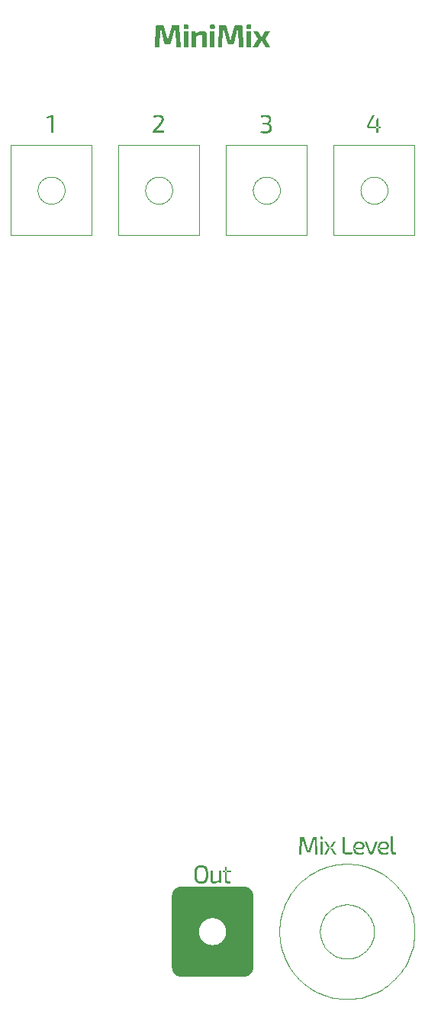
<source format=gbr>
%TF.GenerationSoftware,KiCad,Pcbnew,6.0.11+dfsg-1~bpo11+1*%
%TF.CreationDate,2023-04-14T14:39:14+08:00*%
%TF.ProjectId,MiniMix - Front,4d696e69-4d69-4782-902d-2046726f6e74,rev?*%
%TF.SameCoordinates,Original*%
%TF.FileFunction,Legend,Top*%
%TF.FilePolarity,Positive*%
%FSLAX46Y46*%
G04 Gerber Fmt 4.6, Leading zero omitted, Abs format (unit mm)*
G04 Created by KiCad (PCBNEW 6.0.11+dfsg-1~bpo11+1) date 2023-04-14 14:39:14*
%MOMM*%
%LPD*%
G01*
G04 APERTURE LIST*
%ADD10C,0.100000*%
%ADD11C,0.099999*%
%ADD12C,0.000000*%
G04 APERTURE END LIST*
D10*
X126061230Y-154008648D02*
X125756931Y-153813566D01*
X108756069Y-63871099D02*
X108829936Y-63857908D01*
X131593389Y-64690313D02*
X131626515Y-64625636D01*
X134993083Y-142042813D02*
X135253553Y-142291148D01*
X120163249Y-64096801D02*
X120224109Y-64057784D01*
X134228313Y-66118428D02*
X134189296Y-66179288D01*
D11*
X137445473Y-70340624D02*
X128445473Y-70340624D01*
D10*
X131380232Y-150232364D02*
X131250878Y-150298616D01*
X123536053Y-151483471D02*
X123355462Y-151169394D01*
X134297556Y-65990936D02*
X134264431Y-66055613D01*
X127030914Y-140683836D02*
X127371501Y-140549546D01*
X121376786Y-66793400D02*
X121304215Y-66810150D01*
X130336202Y-140104207D02*
X130717084Y-140133170D01*
X134189296Y-64501960D02*
X134228313Y-64562820D01*
X131662633Y-66118428D02*
X131626515Y-66055613D01*
X108905005Y-63848369D02*
X108981181Y-63842576D01*
X127635307Y-149502726D02*
X127546247Y-149389396D01*
X95795855Y-64625636D02*
X95831973Y-64562820D01*
X108104232Y-64183152D02*
X108160897Y-64138621D01*
X107605595Y-64965751D02*
X107625808Y-64894570D01*
D11*
X128445473Y-70340624D02*
X128445473Y-70340624D01*
D10*
X121304215Y-66810150D02*
X121230348Y-66823341D01*
X109286806Y-66823341D02*
X109211737Y-66832880D01*
X107649390Y-64824874D02*
X107676248Y-64756757D01*
X131536492Y-65856374D02*
X131512910Y-65786678D01*
X136710671Y-144342888D02*
X136860865Y-144675110D01*
X97037624Y-66838672D02*
X96961447Y-66832880D01*
X127462606Y-145917121D02*
X127546247Y-145799501D01*
X96812511Y-63871099D02*
X96886378Y-63857908D01*
X98012287Y-66542627D02*
X97953478Y-66584448D01*
X120848547Y-63848369D02*
X120924723Y-63842576D01*
X108104232Y-66498097D02*
X108049805Y-66450951D01*
X129950253Y-140094448D02*
X129950253Y-140094448D01*
X129950253Y-150594448D02*
X129795873Y-150590545D01*
X108049805Y-64230297D02*
X108104232Y-64183152D01*
X133247775Y-66810150D02*
X133173908Y-66823341D01*
X134414998Y-65642926D02*
X134398249Y-65715497D01*
X97343249Y-63857908D02*
X97417116Y-63871099D01*
X98358637Y-66179288D02*
X98316816Y-66238098D01*
X127729599Y-145577317D02*
X127828933Y-145473129D01*
X110541087Y-65569059D02*
X110527896Y-65642926D01*
X96054153Y-66401284D02*
X96004486Y-66349190D01*
X108343382Y-64021666D02*
X108408059Y-63988541D01*
X110119031Y-66401284D02*
X110066936Y-66450951D01*
X96337009Y-66623464D02*
X96276149Y-66584448D01*
X134327595Y-64756757D02*
X134354453Y-64824874D01*
X95762730Y-65990936D02*
X95732691Y-65924492D01*
X96004486Y-66349190D02*
X95957340Y-66294763D01*
X133842946Y-64138621D02*
X133899612Y-64183152D01*
X133173908Y-66823341D02*
X133098839Y-66832880D01*
X123355462Y-144019503D02*
X123536053Y-143705426D01*
X119682955Y-66055613D02*
X119649830Y-65990936D01*
X128649629Y-144890281D02*
X128782518Y-144830204D01*
X107560322Y-65417814D02*
X107558371Y-65340624D01*
D12*
G36*
X133377029Y-138392592D02*
G01*
X133376268Y-138360975D01*
X133376015Y-138328564D01*
X133377029Y-138262640D01*
X133380072Y-138200330D01*
X133385143Y-138141637D01*
X133392242Y-138086559D01*
X133396553Y-138060376D01*
X133401371Y-138035097D01*
X133406695Y-138010722D01*
X133412527Y-137987251D01*
X133418866Y-137964684D01*
X133425712Y-137943022D01*
X133433065Y-137922263D01*
X133440926Y-137902409D01*
X133449668Y-137883017D01*
X133458961Y-137864353D01*
X133468805Y-137846417D01*
X133479201Y-137829208D01*
X133490148Y-137812727D01*
X133501646Y-137796974D01*
X133513696Y-137781947D01*
X133526296Y-137767649D01*
X133539448Y-137754078D01*
X133553151Y-137741235D01*
X133567405Y-137729119D01*
X133582211Y-137717731D01*
X133597568Y-137707071D01*
X133613476Y-137697138D01*
X133629935Y-137687933D01*
X133646946Y-137679455D01*
X133664894Y-137671254D01*
X133683460Y-137663582D01*
X133702643Y-137656438D01*
X133722443Y-137649824D01*
X133742860Y-137643738D01*
X133763895Y-137638182D01*
X133785547Y-137633155D01*
X133807816Y-137628657D01*
X133830703Y-137624688D01*
X133854207Y-137621248D01*
X133878328Y-137618337D01*
X133903066Y-137615955D01*
X133928422Y-137614103D01*
X133954396Y-137612780D01*
X133980986Y-137611986D01*
X134008194Y-137611721D01*
X134008198Y-137611721D01*
X134046331Y-137612162D01*
X134083119Y-137613485D01*
X134118562Y-137615690D01*
X134152660Y-137618777D01*
X134185413Y-137622745D01*
X134216821Y-137627596D01*
X134246883Y-137633328D01*
X134275601Y-137639943D01*
X134302975Y-137647439D01*
X134329003Y-137655817D01*
X134353686Y-137665077D01*
X134377024Y-137675219D01*
X134399018Y-137686243D01*
X134419666Y-137698149D01*
X134438970Y-137710936D01*
X134456928Y-137724606D01*
X134474016Y-137739148D01*
X134490001Y-137754549D01*
X134504884Y-137770811D01*
X134518665Y-137787932D01*
X134531343Y-137805913D01*
X134542919Y-137824754D01*
X134553392Y-137844454D01*
X134562763Y-137865014D01*
X134571031Y-137886435D01*
X134578197Y-137908715D01*
X134584261Y-137931854D01*
X134589222Y-137955854D01*
X134593081Y-137980714D01*
X134595837Y-138006433D01*
X134597490Y-138033013D01*
X134598042Y-138060452D01*
X134598072Y-138083074D01*
X134597463Y-138105079D01*
X134596215Y-138126467D01*
X134594329Y-138147237D01*
X134591803Y-138167390D01*
X134588638Y-138186925D01*
X134584834Y-138205843D01*
X134580391Y-138224143D01*
X134575309Y-138241827D01*
X134569588Y-138258892D01*
X134563227Y-138275341D01*
X134556228Y-138291172D01*
X134548590Y-138306386D01*
X134540312Y-138320983D01*
X134531395Y-138334962D01*
X134521839Y-138348324D01*
X134511598Y-138360627D01*
X134500630Y-138372137D01*
X134488933Y-138382852D01*
X134476509Y-138392773D01*
X134463358Y-138401901D01*
X134449478Y-138410235D01*
X134434871Y-138417775D01*
X134419536Y-138424521D01*
X134403474Y-138430473D01*
X134386684Y-138435632D01*
X134369166Y-138439997D01*
X134350921Y-138443568D01*
X134331948Y-138446346D01*
X134312248Y-138448330D01*
X134291820Y-138449520D01*
X134270664Y-138449917D01*
X133632091Y-138449917D01*
X133633146Y-138464877D01*
X133637776Y-138508488D01*
X133643729Y-138548836D01*
X133651005Y-138585922D01*
X133655139Y-138603241D01*
X133659604Y-138619744D01*
X133664399Y-138635432D01*
X133669525Y-138650303D01*
X133675368Y-138664481D01*
X133681609Y-138678085D01*
X133688246Y-138691115D01*
X133695279Y-138703573D01*
X133702710Y-138715457D01*
X133710537Y-138726768D01*
X133718762Y-138737505D01*
X133727383Y-138747670D01*
X133736401Y-138757261D01*
X133745815Y-138766278D01*
X133755627Y-138774723D01*
X133765835Y-138782594D01*
X133776440Y-138789892D01*
X133787441Y-138796617D01*
X133798840Y-138802768D01*
X133810635Y-138808346D01*
X133822872Y-138813474D01*
X133835594Y-138818270D01*
X133848802Y-138822736D01*
X133862494Y-138826870D01*
X133876672Y-138830674D01*
X133891334Y-138834147D01*
X133906482Y-138837289D01*
X133922114Y-138840100D01*
X133938232Y-138842580D01*
X133954835Y-138844730D01*
X133971922Y-138846548D01*
X133989495Y-138848036D01*
X134007553Y-138849194D01*
X134026096Y-138850020D01*
X134045123Y-138850516D01*
X134064636Y-138850682D01*
X134120903Y-138850151D01*
X134179640Y-138848558D01*
X134240847Y-138845902D01*
X134304524Y-138842183D01*
X134369083Y-138836359D01*
X134430113Y-138830184D01*
X134487615Y-138823659D01*
X134541592Y-138816784D01*
X134566990Y-138977650D01*
X134550277Y-138983867D01*
X134532595Y-138989819D01*
X134513942Y-138995508D01*
X134494319Y-139000932D01*
X134473726Y-139006092D01*
X134452162Y-139010988D01*
X134429629Y-139015619D01*
X134406124Y-139019986D01*
X134382709Y-139024085D01*
X134359029Y-139027919D01*
X134335084Y-139031489D01*
X134310875Y-139034795D01*
X134286401Y-139037837D01*
X134261663Y-139040614D01*
X134236659Y-139043127D01*
X134211391Y-139045376D01*
X134163237Y-139049096D01*
X134117552Y-139051752D01*
X134074338Y-139053344D01*
X134053656Y-139053743D01*
X134033592Y-139053875D01*
X133975780Y-139052773D01*
X133947966Y-139051395D01*
X133920879Y-139049466D01*
X133894519Y-139046986D01*
X133868888Y-139043955D01*
X133843984Y-139040372D01*
X133819808Y-139036238D01*
X133796359Y-139031553D01*
X133773638Y-139026316D01*
X133751645Y-139020529D01*
X133730379Y-139014189D01*
X133709841Y-139007299D01*
X133690030Y-138999857D01*
X133670947Y-138991864D01*
X133652592Y-138983319D01*
X133634898Y-138973816D01*
X133617799Y-138963651D01*
X133601296Y-138952825D01*
X133585388Y-138941337D01*
X133570075Y-138929189D01*
X133555358Y-138916378D01*
X133541235Y-138902907D01*
X133527709Y-138888773D01*
X133514777Y-138873979D01*
X133502441Y-138858523D01*
X133490700Y-138842405D01*
X133479554Y-138825626D01*
X133469004Y-138808186D01*
X133459049Y-138790084D01*
X133449690Y-138771321D01*
X133440926Y-138751896D01*
X133433065Y-138731391D01*
X133425712Y-138710091D01*
X133418866Y-138687998D01*
X133412527Y-138665112D01*
X133406695Y-138641431D01*
X133401371Y-138616957D01*
X133396553Y-138591689D01*
X133392242Y-138565627D01*
X133388439Y-138538772D01*
X133385143Y-138511123D01*
X133382354Y-138482681D01*
X133380072Y-138453445D01*
X133379863Y-138449917D01*
X133469154Y-138449917D01*
X133632091Y-138449917D01*
X133629839Y-138418003D01*
X133627855Y-138367865D01*
X133627193Y-138314465D01*
X133627723Y-138267149D01*
X133627847Y-138263653D01*
X134208576Y-138263653D01*
X134219964Y-138263411D01*
X134230844Y-138262683D01*
X134241217Y-138261470D01*
X134251084Y-138259772D01*
X134260443Y-138257589D01*
X134269295Y-138254921D01*
X134277641Y-138251768D01*
X134285479Y-138248130D01*
X134292810Y-138244007D01*
X134299634Y-138239399D01*
X134305952Y-138234306D01*
X134311761Y-138228728D01*
X134317064Y-138222664D01*
X134321860Y-138216116D01*
X134326148Y-138209083D01*
X134329929Y-138201565D01*
X134333347Y-138193407D01*
X134336544Y-138185161D01*
X134339520Y-138176826D01*
X134342276Y-138168403D01*
X134344812Y-138159892D01*
X134347127Y-138151293D01*
X134349221Y-138142605D01*
X134351095Y-138133829D01*
X134352749Y-138124966D01*
X134354182Y-138116014D01*
X134355395Y-138106973D01*
X134356387Y-138097845D01*
X134357158Y-138088629D01*
X134357710Y-138079325D01*
X134358040Y-138069932D01*
X134358151Y-138060452D01*
X134357514Y-138044170D01*
X134356304Y-138028483D01*
X134354520Y-138013391D01*
X134352163Y-137998894D01*
X134349231Y-137984993D01*
X134345727Y-137971687D01*
X134341648Y-137958976D01*
X134336997Y-137946860D01*
X134331771Y-137935339D01*
X134325972Y-137924414D01*
X134319600Y-137914084D01*
X134312653Y-137904350D01*
X134305134Y-137895210D01*
X134297040Y-137886666D01*
X134288373Y-137878718D01*
X134279133Y-137871365D01*
X134269189Y-137864530D01*
X134258407Y-137858136D01*
X134246787Y-137852183D01*
X134234329Y-137846671D01*
X134221034Y-137841601D01*
X134206900Y-137836970D01*
X134191929Y-137832781D01*
X134176120Y-137829033D01*
X134159473Y-137825726D01*
X134141988Y-137822860D01*
X134123665Y-137820435D01*
X134104505Y-137818450D01*
X134084507Y-137816907D01*
X134063671Y-137815805D01*
X134041997Y-137815143D01*
X134019486Y-137814923D01*
X134001031Y-137815099D01*
X133983061Y-137815629D01*
X133965576Y-137816511D01*
X133948576Y-137817746D01*
X133932062Y-137819335D01*
X133916033Y-137821276D01*
X133900489Y-137823569D01*
X133885429Y-137826216D01*
X133870855Y-137829216D01*
X133856767Y-137832568D01*
X133843163Y-137836273D01*
X133830044Y-137840331D01*
X133817411Y-137844741D01*
X133805262Y-137849504D01*
X133793599Y-137854620D01*
X133782421Y-137860089D01*
X133772024Y-137865643D01*
X133762002Y-137871728D01*
X133752355Y-137878341D01*
X133743083Y-137885484D01*
X133734186Y-137893157D01*
X133725664Y-137901359D01*
X133717517Y-137910090D01*
X133709745Y-137919350D01*
X133702348Y-137929140D01*
X133695325Y-137939459D01*
X133688678Y-137950307D01*
X133682405Y-137961684D01*
X133676508Y-137973591D01*
X133670985Y-137986027D01*
X133665837Y-137998992D01*
X133661064Y-138012486D01*
X133656963Y-138026233D01*
X133653126Y-138040664D01*
X133649554Y-138055778D01*
X133646246Y-138071576D01*
X133643203Y-138088057D01*
X133640425Y-138105222D01*
X133637911Y-138123071D01*
X133635662Y-138141603D01*
X133631957Y-138180718D01*
X133629311Y-138222566D01*
X133627847Y-138263653D01*
X133469154Y-138263653D01*
X133469154Y-138449917D01*
X133379863Y-138449917D01*
X133378297Y-138423415D01*
X133377029Y-138392592D01*
G37*
D10*
X96399824Y-66659582D02*
X96337009Y-66623464D01*
X107588845Y-65642926D02*
X107575654Y-65569059D01*
X98584338Y-65642926D02*
X98567589Y-65715497D01*
X107739413Y-64625636D02*
X107775531Y-64562820D01*
X120047774Y-64183152D02*
X120104440Y-64138621D01*
X110260374Y-66238098D02*
X110215843Y-66294763D01*
X110302194Y-64501960D02*
X110341210Y-64562820D01*
X136710671Y-150846009D02*
X136545043Y-151169394D01*
X122159385Y-66294763D02*
X122112239Y-66349190D01*
X122905351Y-150173200D02*
X122787438Y-149824719D01*
X119532388Y-65642926D02*
X119519197Y-65569059D01*
X95870990Y-64501960D02*
X95912810Y-64443151D01*
X132167669Y-64057784D02*
X132230484Y-64021666D01*
X132768214Y-148625948D02*
X132714498Y-148762183D01*
X131462756Y-65569059D02*
X131453217Y-65493990D01*
X97114813Y-66840624D02*
X97114813Y-66840624D01*
X128782518Y-144830204D02*
X128918753Y-144776488D01*
X98567589Y-64965751D02*
X98584338Y-65038322D01*
X126954156Y-147440069D02*
X126965741Y-147287716D01*
X97765125Y-63988541D02*
X97829802Y-64021666D01*
X121585780Y-63958502D02*
X121652224Y-63988541D01*
X95831973Y-64562820D02*
X95870990Y-64501960D01*
X133723277Y-64057784D02*
X133784137Y-64096801D01*
X129564304Y-140104207D02*
X129950253Y-140094448D01*
X98567589Y-65715497D02*
X98547376Y-65786678D01*
X123940237Y-143107079D02*
X124162888Y-142823752D01*
X97114813Y-66840624D02*
X97037624Y-66838672D01*
X98068953Y-66498097D02*
X98012287Y-66542627D01*
X122536669Y-148736625D02*
X122488974Y-148361280D01*
X132588169Y-149024426D02*
X132515933Y-149150057D01*
X120351601Y-63988541D02*
X120418046Y-63958502D01*
X122284752Y-64562820D02*
X122320870Y-64625636D01*
X120555859Y-66773187D02*
X120486163Y-66749605D01*
X132934764Y-147901181D02*
X132915686Y-148051319D01*
X109504424Y-66773187D02*
X109433244Y-66793400D01*
X134398249Y-64965751D02*
X134414998Y-65038322D01*
D11*
X125501911Y-60340624D02*
X125501911Y-60340624D01*
D10*
X122686372Y-149468815D02*
X122602626Y-149105960D01*
X122499959Y-65263434D02*
X122501911Y-65340624D01*
X124162888Y-152365145D02*
X123940237Y-152081818D01*
X96337009Y-64057784D02*
X96399824Y-64021666D01*
X108408059Y-63988541D02*
X108474503Y-63958502D01*
X130256986Y-150578960D02*
X130104632Y-150590545D01*
X97268180Y-66832880D02*
X97192003Y-66838672D01*
X133391527Y-66773187D02*
X133320346Y-66793400D01*
X97698681Y-63958502D02*
X97765125Y-63988541D01*
X110558371Y-65340624D02*
X110558371Y-65340624D01*
X131092429Y-155008032D02*
X130717084Y-155055727D01*
X128808077Y-140180865D02*
X129183421Y-140133170D01*
X124162888Y-142823752D02*
X124398617Y-142551618D01*
X119519197Y-65112189D02*
X119532388Y-65038322D01*
D12*
G36*
X132992035Y-56998455D02*
G01*
X132447346Y-58149922D01*
X132444358Y-58156878D01*
X132441746Y-58163635D01*
X132439509Y-58170194D01*
X132437646Y-58176555D01*
X132436159Y-58182717D01*
X132435046Y-58188681D01*
X132434309Y-58194447D01*
X132433947Y-58200014D01*
X132433959Y-58205383D01*
X132434347Y-58210554D01*
X132435109Y-58215526D01*
X132436247Y-58220300D01*
X132437759Y-58224875D01*
X132439646Y-58229253D01*
X132441909Y-58233431D01*
X132444546Y-58237412D01*
X132447809Y-58240829D01*
X132451249Y-58244026D01*
X132454865Y-58247002D01*
X132458657Y-58249758D01*
X132462626Y-58252293D01*
X132466771Y-58254608D01*
X132471093Y-58256702D01*
X132475591Y-58258576D01*
X132480265Y-58260230D01*
X132485116Y-58261663D01*
X132490143Y-58262875D01*
X132495347Y-58263867D01*
X132500727Y-58264639D01*
X132506283Y-58265190D01*
X132512016Y-58265521D01*
X132517925Y-58265631D01*
X133186768Y-58265631D01*
X133186768Y-58468830D01*
X132379639Y-58468830D01*
X132369860Y-58468654D01*
X132360280Y-58468125D01*
X132350898Y-58467243D01*
X132341715Y-58466008D01*
X132332730Y-58464420D01*
X132323944Y-58462480D01*
X132315356Y-58460187D01*
X132306966Y-58457541D01*
X132298775Y-58454542D01*
X132290783Y-58451190D01*
X132282988Y-58447486D01*
X132275393Y-58443428D01*
X132267995Y-58439018D01*
X132260796Y-58434255D01*
X132253796Y-58429139D01*
X132246994Y-58423670D01*
X132240435Y-58417926D01*
X132234162Y-58411983D01*
X132228176Y-58405842D01*
X132222476Y-58399503D01*
X132217064Y-58392965D01*
X132211937Y-58386229D01*
X132207098Y-58379295D01*
X132202544Y-58372162D01*
X132198278Y-58364831D01*
X132194298Y-58357301D01*
X132190604Y-58349573D01*
X132187197Y-58341647D01*
X132184076Y-58333523D01*
X132181242Y-58325200D01*
X132178695Y-58316679D01*
X132176434Y-58307959D01*
X132174846Y-58299140D01*
X132173611Y-58290321D01*
X132172729Y-58281502D01*
X132172200Y-58272683D01*
X132172024Y-58263864D01*
X132172200Y-58255045D01*
X132172729Y-58246226D01*
X132173610Y-58237406D01*
X132174845Y-58228587D01*
X132176432Y-58219767D01*
X132178372Y-58210947D01*
X132180665Y-58202128D01*
X132183310Y-58193308D01*
X132186308Y-58184488D01*
X132189659Y-58175668D01*
X132193363Y-58166848D01*
X132746517Y-56998448D01*
X132992035Y-56998455D01*
G37*
D10*
X134437728Y-65493990D02*
X134428189Y-65569059D01*
X128394644Y-150160128D02*
X128272925Y-150082095D01*
X121001913Y-66840624D02*
X120924723Y-66838672D01*
X98433771Y-66055613D02*
X98397653Y-66118428D01*
X134993083Y-153146084D02*
X134720949Y-153381813D01*
X131626515Y-64625636D02*
X131662633Y-64562820D01*
D11*
X116501913Y-60340624D02*
X125501911Y-60340624D01*
D10*
X132515933Y-149150057D02*
X132437900Y-149271776D01*
X122062572Y-64279964D02*
X122112239Y-64332058D01*
X133247775Y-63871099D02*
X133320346Y-63887848D01*
X132815379Y-148486556D02*
X132768214Y-148625948D01*
X129493383Y-144629015D02*
X129643520Y-144609937D01*
X96276149Y-64096801D02*
X96337009Y-64057784D01*
X132714498Y-148762183D02*
X132654420Y-148895072D01*
X134327595Y-65924492D02*
X134297556Y-65990936D01*
X107575654Y-65569059D02*
X107566115Y-65493990D01*
X128272925Y-150082095D02*
X128155305Y-149998454D01*
X129950253Y-144594448D02*
X130104632Y-144598352D01*
X132354260Y-149389396D02*
X132265199Y-149502726D01*
X119549137Y-65715497D02*
X119532388Y-65642926D01*
X129200506Y-150500000D02*
X129058145Y-150459574D01*
X110527896Y-65642926D02*
X110511147Y-65715497D01*
X96961447Y-66832880D02*
X96886378Y-66823341D01*
X122494167Y-65187258D02*
X122499959Y-65263434D01*
X109642238Y-66722747D02*
X109574121Y-66749605D01*
X95614813Y-65340624D02*
X95616765Y-65263434D01*
X95831973Y-66118428D02*
X95795855Y-66055613D01*
X108343382Y-66659582D02*
X108280566Y-66623464D01*
D11*
X101614814Y-70340624D02*
X92614814Y-70340624D01*
D10*
X131461764Y-140246822D02*
X131824619Y-140330568D01*
X135253553Y-142291148D02*
X135501889Y-142551618D01*
X121155279Y-63848369D02*
X121230348Y-63857908D01*
X120351601Y-66692708D02*
X120286924Y-66659582D01*
X119503865Y-65417814D02*
X119501913Y-65340624D01*
X125756931Y-153813566D02*
X125462883Y-153604464D01*
X122602626Y-149105960D02*
X122536669Y-148736625D01*
D12*
G36*
X115266325Y-49456110D02*
G01*
X114748011Y-49456110D01*
X114748011Y-47713581D01*
X115266325Y-47713581D01*
X115266325Y-49456110D01*
G37*
D10*
X127030914Y-154505061D02*
X126698692Y-154354867D01*
X131967386Y-149815102D02*
X131858532Y-149909394D01*
X107558371Y-65340624D02*
X107560322Y-65263434D01*
X130842362Y-150459574D02*
X130700000Y-150500000D01*
X121899386Y-64138621D02*
X121956051Y-64183152D01*
X121001913Y-66840624D02*
X121001913Y-66840624D01*
X130842362Y-144729323D02*
X130981754Y-144776488D01*
X107566115Y-65187258D02*
X107575654Y-65112189D01*
X136545043Y-151169394D02*
X136364452Y-151483471D01*
X124646952Y-152897749D02*
X124398617Y-152637279D01*
X132071574Y-145473129D02*
X132170908Y-145577317D01*
X123039640Y-150513787D02*
X122905351Y-150173200D01*
X133525198Y-154189239D02*
X133201813Y-154354867D01*
X132361605Y-66722747D02*
X132295161Y-66692708D01*
X119799910Y-64443151D02*
X119844440Y-64386485D01*
X96530946Y-66722747D02*
X96464501Y-66692708D01*
X110541087Y-65112189D02*
X110550626Y-65187258D01*
X128272925Y-145106802D02*
X128394644Y-145028769D01*
X98358637Y-64501960D02*
X98397653Y-64562820D01*
X132499419Y-63908061D02*
X132570600Y-63887848D01*
X132855805Y-146844702D02*
X132889303Y-146989844D01*
X131563350Y-64756757D02*
X131593389Y-64690313D01*
X132295161Y-63988541D02*
X132361605Y-63958502D01*
X120047774Y-66498097D02*
X119993347Y-66450951D01*
X98433771Y-64625636D02*
X98466897Y-64690313D01*
X133529340Y-66722747D02*
X133461223Y-66749605D01*
X110168698Y-64332058D02*
X110215843Y-64386485D01*
X122501911Y-65340624D02*
X122499959Y-65417814D01*
X109836175Y-64057784D02*
X109897035Y-64096801D01*
X137411531Y-146827617D02*
X137440494Y-147208499D01*
X131626515Y-66055613D02*
X131593389Y-65990936D01*
X133899612Y-64183152D02*
X133954039Y-64230297D01*
X119592933Y-65856374D02*
X119569350Y-65786678D01*
X133201813Y-140834030D02*
X133525198Y-140999658D01*
X121079103Y-66838672D02*
X121001913Y-66840624D01*
X134445473Y-65340624D02*
X134443521Y-65417814D01*
X95632097Y-65569059D02*
X95622558Y-65493990D01*
D12*
G36*
X115677869Y-141891166D02*
G01*
X115715970Y-141867300D01*
X115730053Y-141858258D01*
X115730053Y-140854199D01*
X115969959Y-140854153D01*
X115969959Y-142228589D01*
X115778050Y-142228589D01*
X115760617Y-142028296D01*
X115746397Y-142039216D01*
X115706579Y-142068056D01*
X115667024Y-142094955D01*
X115627734Y-142119913D01*
X115588708Y-142142932D01*
X115549947Y-142164009D01*
X115511450Y-142183147D01*
X115473217Y-142200344D01*
X115454497Y-142208202D01*
X115435733Y-142215553D01*
X115416925Y-142222397D01*
X115398072Y-142228734D01*
X115379176Y-142234565D01*
X115360236Y-142239888D01*
X115341252Y-142244705D01*
X115322224Y-142249014D01*
X115303152Y-142252817D01*
X115284036Y-142256113D01*
X115264875Y-142258902D01*
X115245671Y-142261183D01*
X115226423Y-142262958D01*
X115207131Y-142264226D01*
X115187795Y-142264987D01*
X115168415Y-142265240D01*
X115145322Y-142264871D01*
X115122962Y-142263763D01*
X115101335Y-142261916D01*
X115080441Y-142259331D01*
X115060281Y-142256008D01*
X115040853Y-142251945D01*
X115022158Y-142247144D01*
X115004197Y-142241605D01*
X114986969Y-142235327D01*
X114970473Y-142228310D01*
X114954711Y-142220555D01*
X114939682Y-142212061D01*
X114925386Y-142202828D01*
X114911823Y-142192857D01*
X114898994Y-142182147D01*
X114886897Y-142170699D01*
X114875534Y-142158511D01*
X114864903Y-142145586D01*
X114855006Y-142131921D01*
X114845842Y-142117518D01*
X114837411Y-142102376D01*
X114829713Y-142086496D01*
X114822748Y-142069877D01*
X114816517Y-142052519D01*
X114811018Y-142034423D01*
X114806253Y-142015588D01*
X114802221Y-141996015D01*
X114798922Y-141975702D01*
X114796356Y-141954651D01*
X114794523Y-141932862D01*
X114793423Y-141910333D01*
X114793057Y-141887066D01*
X114793057Y-140854123D01*
X115032978Y-140854153D01*
X115032978Y-141819348D01*
X115032814Y-141835280D01*
X115033072Y-141850617D01*
X115033752Y-141865359D01*
X115034854Y-141879504D01*
X115036377Y-141893054D01*
X115038322Y-141906008D01*
X115040689Y-141918367D01*
X115043478Y-141930130D01*
X115046689Y-141941298D01*
X115050321Y-141951871D01*
X115054376Y-141961848D01*
X115058852Y-141971230D01*
X115063750Y-141980016D01*
X115069070Y-141988207D01*
X115074811Y-141995803D01*
X115080975Y-142002804D01*
X115087589Y-142009295D01*
X115094733Y-142015368D01*
X115102406Y-142021021D01*
X115110608Y-142026256D01*
X115119339Y-142031072D01*
X115128599Y-142035469D01*
X115138388Y-142039448D01*
X115148707Y-142043007D01*
X115159554Y-142046148D01*
X115170931Y-142048870D01*
X115182836Y-142051174D01*
X115195271Y-142053058D01*
X115208235Y-142054524D01*
X115221728Y-142055571D01*
X115235750Y-142056199D01*
X115250301Y-142056408D01*
X115264754Y-142056199D01*
X115279185Y-142055571D01*
X115293593Y-142054524D01*
X115307980Y-142053058D01*
X115322344Y-142051174D01*
X115336686Y-142048870D01*
X115351007Y-142046148D01*
X115365305Y-142043007D01*
X115379581Y-142039448D01*
X115393836Y-142035469D01*
X115408068Y-142031072D01*
X115422278Y-142026256D01*
X115436467Y-142021021D01*
X115450633Y-142015368D01*
X115464778Y-142009295D01*
X115478901Y-142002804D01*
X115508534Y-141987954D01*
X115539579Y-141971602D01*
X115572035Y-141953747D01*
X115605902Y-141934390D01*
X115618995Y-141926648D01*
X115730053Y-141926648D01*
X115755451Y-141968945D01*
X115760617Y-142028296D01*
X115786480Y-142008435D01*
X115755482Y-141841931D01*
X115730053Y-141858258D01*
X115730053Y-141926648D01*
X115618995Y-141926648D01*
X115641180Y-141913529D01*
X115677869Y-141891166D01*
G37*
D10*
X97630564Y-66749605D02*
X97560868Y-66773187D01*
X133595784Y-63988541D02*
X133660462Y-64021666D01*
X132855805Y-148344195D02*
X132815379Y-148486556D01*
X109058371Y-66840624D02*
X108981181Y-66838672D01*
X134378036Y-65786678D02*
X134354453Y-65856374D01*
X129643520Y-150578960D02*
X129493383Y-150559882D01*
X97417116Y-63871099D02*
X97489687Y-63887848D01*
X120627040Y-66793400D02*
X120555859Y-66773187D01*
X134189296Y-66179288D02*
X134147476Y-66238098D01*
X119569350Y-64894570D02*
X119592933Y-64824874D01*
X134143574Y-153813566D02*
X133839275Y-154008648D01*
X132180523Y-140431634D02*
X132529004Y-140549546D01*
X127933121Y-145373795D02*
X128041975Y-145279503D01*
X126698692Y-154354867D02*
X126375307Y-154189239D01*
X121779717Y-66623464D02*
X121716901Y-66659582D01*
X125462883Y-141584433D02*
X125756931Y-141375331D01*
X128808077Y-155008032D02*
X128438741Y-154942075D01*
X132106809Y-66584448D02*
X132047999Y-66542627D01*
X132815379Y-146702341D02*
X132855805Y-146844702D01*
X107605595Y-65715497D02*
X107588845Y-65642926D01*
X129950253Y-150594448D02*
X129950253Y-150594448D01*
X129183421Y-140133170D02*
X129564304Y-140104207D01*
X132915686Y-147137578D02*
X132934764Y-147287716D01*
X123189834Y-150846009D02*
X123039640Y-150513787D01*
X107856368Y-66238098D02*
X107814547Y-66179288D01*
X133595784Y-66692708D02*
X133529340Y-66722747D01*
X107775531Y-64562820D02*
X107814547Y-64501960D01*
X119891586Y-64332058D02*
X119941253Y-64279964D01*
X107560322Y-65263434D02*
X107566115Y-65187258D01*
X131512910Y-65786678D02*
X131492697Y-65715497D01*
X109897035Y-64096801D02*
X109955844Y-64138621D01*
X97953478Y-64096801D02*
X98012287Y-64138621D01*
X127011202Y-148199053D02*
X126984819Y-148051319D01*
X127371501Y-140549546D02*
X127719982Y-140431634D01*
X128041975Y-149909394D02*
X127933121Y-149815102D01*
X122501911Y-65340624D02*
X122501911Y-65340624D01*
X123189834Y-144342888D02*
X123355462Y-144019503D01*
X108280566Y-66623464D02*
X108219707Y-66584448D01*
X121585780Y-66722747D02*
X121517663Y-66749605D01*
X130700000Y-144688897D02*
X130842362Y-144729323D01*
X120286924Y-64021666D02*
X120351601Y-63988541D01*
X136169370Y-143401127D02*
X136364452Y-143705426D01*
X119592933Y-64824874D02*
X119619791Y-64756757D01*
X108683498Y-66793400D02*
X108612317Y-66773187D01*
X95705833Y-65856374D02*
X95682250Y-65786678D01*
X132946349Y-147440069D02*
X132950253Y-147594448D01*
X122450253Y-147594448D02*
X122460012Y-147208499D01*
X98397653Y-64562820D02*
X98433771Y-64625636D01*
X97343249Y-66823341D02*
X97268180Y-66832880D01*
X122460012Y-147980397D02*
X122450253Y-147594448D01*
X137411531Y-148361280D02*
X137363836Y-148736625D01*
X122245735Y-66179288D02*
X122203915Y-66238098D01*
X120699611Y-66810150D02*
X120627040Y-66793400D01*
X120286924Y-66659582D02*
X120224109Y-66623464D01*
X119993347Y-66450951D02*
X119941253Y-66401284D01*
X131593389Y-65990936D02*
X131563350Y-65924492D01*
X119719073Y-66118428D02*
X119682955Y-66055613D01*
X129345648Y-150533499D02*
X129200506Y-150500000D01*
X95632097Y-65112189D02*
X95645288Y-65038322D01*
X129564304Y-155084690D02*
X129183421Y-155055727D01*
X97560868Y-66773187D02*
X97489687Y-66793400D01*
X107625808Y-64894570D02*
X107649390Y-64824874D01*
X133320346Y-63887848D02*
X133391527Y-63908061D01*
X121779717Y-64057784D02*
X121840576Y-64096801D01*
X136860865Y-150513787D02*
X136710671Y-150846009D01*
X110341210Y-66118428D02*
X110302194Y-66179288D01*
X134443521Y-65417814D02*
X134437728Y-65493990D01*
X131858532Y-149909394D02*
X131745201Y-149998454D01*
X136364452Y-143705426D02*
X136545043Y-144019503D01*
X98496936Y-64756757D02*
X98523793Y-64824874D01*
X119844440Y-64386485D02*
X119891586Y-64332058D01*
X108612317Y-66773187D02*
X108542621Y-66749605D01*
X120224109Y-66623464D02*
X120163249Y-66584448D01*
X121447967Y-63908061D02*
X121517663Y-63931644D01*
X108542621Y-66749605D02*
X108474503Y-66722747D01*
X121899386Y-66542627D02*
X121840576Y-66584448D01*
X129795873Y-150590545D02*
X129643520Y-150578960D01*
X107625808Y-65786678D02*
X107605595Y-65715497D01*
X96276149Y-66584448D02*
X96217339Y-66542627D01*
X109955844Y-64138621D02*
X110012510Y-64183152D01*
X131492697Y-65715497D02*
X131475947Y-65642926D01*
X134055800Y-64332058D02*
X134102945Y-64386485D01*
X96399824Y-64021666D02*
X96464501Y-63988541D01*
X109135560Y-66838672D02*
X109058371Y-66840624D01*
X121652224Y-66692708D02*
X121585780Y-66722747D01*
X131563350Y-65924492D02*
X131536492Y-65856374D01*
X95682250Y-65786678D02*
X95662037Y-65715497D01*
X98584338Y-65038322D02*
X98597530Y-65112189D01*
X98316816Y-66238098D02*
X98272286Y-66294763D01*
X131835146Y-64332058D02*
X131884813Y-64279964D01*
X119569350Y-65786678D02*
X119549137Y-65715497D01*
X132180523Y-154757263D02*
X131824619Y-154858329D01*
X127085127Y-148486556D02*
X127044701Y-148344195D01*
X95732691Y-64756757D02*
X95762730Y-64690313D01*
X98614813Y-65340624D02*
X98614813Y-65340624D01*
X129183421Y-155055727D02*
X128808077Y-155008032D01*
D12*
G36*
X127235592Y-139020009D02*
G01*
X126998524Y-139020009D01*
X126998524Y-137645588D01*
X127235592Y-137645588D01*
X127235592Y-139020009D01*
G37*
D10*
X95616765Y-65417814D02*
X95614813Y-65340624D01*
X120924723Y-63842576D02*
X121001913Y-63840624D01*
X131536492Y-64824874D02*
X131563350Y-64756757D01*
X126375307Y-140999658D02*
X126698692Y-140834030D01*
X119549137Y-64965751D02*
X119569350Y-64894570D01*
X131462756Y-65112189D02*
X131475947Y-65038322D01*
X109642238Y-63958502D02*
X109708682Y-63988541D01*
X95622558Y-65493990D02*
X95616765Y-65417814D01*
X131835146Y-66349190D02*
X131788000Y-66294763D01*
X121517663Y-66749605D02*
X121447967Y-66773187D01*
X119503865Y-65263434D02*
X119509657Y-65187258D01*
X127546247Y-145799501D02*
X127635307Y-145686171D01*
X97953478Y-66584448D02*
X97892618Y-66623464D01*
X131743470Y-66238098D02*
X131701649Y-66179288D01*
X123731135Y-151787770D02*
X123536053Y-151483471D01*
X119532388Y-65038322D02*
X119549137Y-64965751D01*
D12*
G36*
X115131181Y-46944791D02*
G01*
X115140430Y-46945255D01*
X115149378Y-46946029D01*
X115158024Y-46947112D01*
X115166369Y-46948505D01*
X115174412Y-46950208D01*
X115182152Y-46952220D01*
X115189591Y-46954542D01*
X115196727Y-46957174D01*
X115203561Y-46960115D01*
X115210093Y-46963366D01*
X115216322Y-46966928D01*
X115222248Y-46970799D01*
X115227871Y-46974980D01*
X115233192Y-46979471D01*
X115238209Y-46984272D01*
X115242923Y-46989383D01*
X115247334Y-46994804D01*
X115251442Y-47000536D01*
X115255246Y-47006577D01*
X115258746Y-47012929D01*
X115261943Y-47019591D01*
X115264835Y-47026563D01*
X115267424Y-47033846D01*
X115269709Y-47041439D01*
X115271689Y-47049342D01*
X115273365Y-47057556D01*
X115274737Y-47066080D01*
X115275804Y-47074915D01*
X115276566Y-47084060D01*
X115277176Y-47103283D01*
X115277176Y-47290352D01*
X115277023Y-47300118D01*
X115276566Y-47309574D01*
X115275804Y-47318719D01*
X115274737Y-47327554D01*
X115273365Y-47336079D01*
X115271689Y-47344292D01*
X115269709Y-47352196D01*
X115267424Y-47359789D01*
X115264835Y-47367071D01*
X115261943Y-47374043D01*
X115258746Y-47380705D01*
X115255246Y-47387057D01*
X115251442Y-47393099D01*
X115247334Y-47398830D01*
X115242923Y-47404251D01*
X115238209Y-47409362D01*
X115233192Y-47414164D01*
X115227871Y-47418655D01*
X115222248Y-47422836D01*
X115216322Y-47426707D01*
X115210093Y-47430268D01*
X115203561Y-47433519D01*
X115196727Y-47436461D01*
X115189591Y-47439093D01*
X115182152Y-47441415D01*
X115174412Y-47443427D01*
X115166369Y-47445129D01*
X115158024Y-47446522D01*
X115149378Y-47447606D01*
X115140430Y-47448379D01*
X115131181Y-47448844D01*
X115121630Y-47448998D01*
X114896320Y-47448998D01*
X114886770Y-47448844D01*
X114877520Y-47448379D01*
X114868573Y-47447606D01*
X114859926Y-47446522D01*
X114851582Y-47445129D01*
X114843539Y-47443427D01*
X114835799Y-47441415D01*
X114828360Y-47439093D01*
X114821224Y-47436461D01*
X114814390Y-47433519D01*
X114807858Y-47430268D01*
X114801629Y-47426707D01*
X114795703Y-47422836D01*
X114790080Y-47418655D01*
X114784759Y-47414164D01*
X114779742Y-47409362D01*
X114775028Y-47404251D01*
X114770617Y-47398830D01*
X114766509Y-47393099D01*
X114762705Y-47387057D01*
X114759204Y-47380705D01*
X114756008Y-47374043D01*
X114753115Y-47367071D01*
X114750526Y-47359789D01*
X114748242Y-47352196D01*
X114746261Y-47344292D01*
X114744585Y-47336079D01*
X114743214Y-47327554D01*
X114742147Y-47318719D01*
X114741384Y-47309574D01*
X114740774Y-47290352D01*
X114740774Y-47103283D01*
X114740927Y-47093516D01*
X114741384Y-47084060D01*
X114742147Y-47074915D01*
X114743214Y-47066080D01*
X114744585Y-47057556D01*
X114746261Y-47049342D01*
X114748242Y-47041439D01*
X114750526Y-47033846D01*
X114753115Y-47026563D01*
X114756008Y-47019591D01*
X114759204Y-47012929D01*
X114762705Y-47006577D01*
X114766509Y-47000536D01*
X114770617Y-46994804D01*
X114775028Y-46989383D01*
X114779742Y-46984272D01*
X114784759Y-46979471D01*
X114790080Y-46974980D01*
X114795703Y-46970799D01*
X114801629Y-46966928D01*
X114807858Y-46963367D01*
X114814390Y-46960115D01*
X114821224Y-46957174D01*
X114828360Y-46954542D01*
X114835799Y-46952220D01*
X114843539Y-46950208D01*
X114851582Y-46948505D01*
X114859926Y-46947112D01*
X114868573Y-46946029D01*
X114877520Y-46945255D01*
X114886770Y-46944791D01*
X114896320Y-46944636D01*
X115121630Y-46944636D01*
X115131181Y-46944791D01*
G37*
D10*
X131475947Y-65642926D02*
X131462756Y-65569059D01*
X122536669Y-146452272D02*
X122602626Y-146082937D01*
X107676248Y-65924492D02*
X107649390Y-65856374D01*
X134147476Y-64443151D02*
X134189296Y-64501960D01*
X132717038Y-66823341D02*
X132643171Y-66810150D01*
X126954156Y-147748828D02*
X126950253Y-147594448D01*
X110341210Y-64562820D02*
X110377329Y-64625636D01*
X130104632Y-150590545D02*
X129950253Y-150594448D01*
X131701649Y-64501960D02*
X131743470Y-64443151D01*
X122245735Y-64501960D02*
X122284752Y-64562820D01*
X127828933Y-149715768D02*
X127729599Y-149611580D01*
X95682250Y-64894570D02*
X95705833Y-64824874D01*
X127933121Y-149815102D02*
X127828933Y-149715768D01*
X121447967Y-66773187D02*
X121376786Y-66793400D01*
X121001913Y-63840624D02*
X121079103Y-63842576D01*
X128438741Y-140246822D02*
X128808077Y-140180865D01*
X109574121Y-63931644D02*
X109642238Y-63958502D01*
X134445473Y-65340624D02*
X134445473Y-65340624D01*
X133954039Y-66450951D02*
X133899612Y-66498097D01*
X127312337Y-149024426D02*
X127246085Y-148895072D01*
X137363836Y-148736625D02*
X137297879Y-149105960D01*
X134264431Y-64625636D02*
X134297556Y-64690313D01*
X136995155Y-145015697D02*
X137113067Y-145364178D01*
X119758090Y-64501960D02*
X119799910Y-64443151D01*
X122787438Y-145364178D02*
X122905351Y-145015697D01*
X97892618Y-64057784D02*
X97953478Y-64096801D01*
X121230348Y-66823341D02*
X121155279Y-66832880D01*
X120848547Y-66832880D02*
X120773478Y-66823341D01*
X98614813Y-65340624D02*
X98612861Y-65417814D01*
X131250878Y-150298616D02*
X131117989Y-150358693D01*
X137214133Y-145720082D02*
X137297879Y-146082937D01*
X97892618Y-66623464D02*
X97829802Y-66659582D01*
X120104440Y-66542627D02*
X120047774Y-66498097D01*
X128782518Y-150358693D02*
X128649629Y-150298616D01*
X131991334Y-64183152D02*
X132047999Y-64138621D01*
X134443521Y-65263434D02*
X134445473Y-65340624D01*
X133461223Y-63931644D02*
X133529340Y-63958502D01*
X110168698Y-66349190D02*
X110119031Y-66401284D01*
X132714498Y-146426714D02*
X132768214Y-146562948D01*
X96054153Y-64279964D02*
X96106247Y-64230297D01*
X119649830Y-65990936D02*
X119619791Y-65924492D01*
X121155279Y-66832880D02*
X121079103Y-66838672D01*
X132265199Y-149502726D02*
X132170908Y-149611580D01*
X98175473Y-64279964D02*
X98225140Y-64332058D01*
X98547376Y-64894570D02*
X98567589Y-64965751D01*
X132354260Y-145799501D02*
X132437900Y-145917121D01*
X126965741Y-147901181D02*
X126954156Y-147748828D01*
X98068953Y-64183152D02*
X98123379Y-64230297D01*
X96739940Y-66793400D02*
X96668759Y-66773187D01*
X97489687Y-66793400D02*
X97417116Y-66810150D01*
X120418046Y-66722747D02*
X120351601Y-66692708D01*
X108981181Y-66838672D02*
X108905005Y-66832880D01*
X133098839Y-63848369D02*
X133173908Y-63857908D01*
X108683498Y-63887848D02*
X108756069Y-63871099D01*
X134720949Y-141807084D02*
X134993083Y-142042813D01*
X108829936Y-66823341D02*
X108756069Y-66810150D01*
D11*
X137445473Y-60340624D02*
X137445473Y-70340624D01*
D10*
X119619791Y-65924492D02*
X119592933Y-65856374D01*
X132170908Y-145577317D02*
X132265199Y-145686171D01*
X97829802Y-64021666D02*
X97892618Y-64057784D01*
D12*
G36*
X120980846Y-56999119D02*
G01*
X121030499Y-57001103D01*
X121077507Y-57004410D01*
X121121869Y-57009040D01*
X121163585Y-57014993D01*
X121202655Y-57022268D01*
X121239079Y-57030866D01*
X121272858Y-57040787D01*
X121289163Y-57045957D01*
X121304917Y-57051591D01*
X121320119Y-57057687D01*
X121334771Y-57064247D01*
X121348871Y-57071269D01*
X121362420Y-57078755D01*
X121375417Y-57086703D01*
X121387864Y-57095115D01*
X121399759Y-57103989D01*
X121411103Y-57113327D01*
X121421896Y-57123128D01*
X121432137Y-57133391D01*
X121441827Y-57144118D01*
X121450966Y-57155307D01*
X121459554Y-57166960D01*
X121467590Y-57179076D01*
X121475109Y-57191710D01*
X121482143Y-57204917D01*
X121488691Y-57218698D01*
X121494755Y-57233051D01*
X121500333Y-57247978D01*
X121505426Y-57263479D01*
X121510035Y-57279552D01*
X121514158Y-57296199D01*
X121517796Y-57313419D01*
X121520949Y-57331212D01*
X121523617Y-57349578D01*
X121525800Y-57368518D01*
X121527498Y-57388031D01*
X121528710Y-57408117D01*
X121529438Y-57428776D01*
X121529680Y-57450009D01*
X121529283Y-57480744D01*
X121528093Y-57510863D01*
X121526108Y-57540364D01*
X121523330Y-57569247D01*
X121519758Y-57597514D01*
X121515393Y-57625163D01*
X121510233Y-57652194D01*
X121504280Y-57678608D01*
X121500962Y-57691187D01*
X121497357Y-57703523D01*
X121493465Y-57715617D01*
X121489287Y-57727468D01*
X121484822Y-57739077D01*
X121480071Y-57750443D01*
X121475032Y-57761566D01*
X121469708Y-57772447D01*
X121464096Y-57783086D01*
X121458198Y-57793482D01*
X121452013Y-57803635D01*
X121445542Y-57813546D01*
X121438784Y-57823214D01*
X121431739Y-57832640D01*
X121424408Y-57841823D01*
X121416790Y-57850764D01*
X121409172Y-57859054D01*
X121401134Y-57866991D01*
X121392678Y-57874575D01*
X121383803Y-57881806D01*
X121374510Y-57888685D01*
X121364797Y-57895212D01*
X121354666Y-57901385D01*
X121344116Y-57907206D01*
X121333146Y-57912674D01*
X121321759Y-57917789D01*
X121309952Y-57922551D01*
X121297726Y-57926961D01*
X121285081Y-57931018D01*
X121272018Y-57934723D01*
X121258536Y-57938074D01*
X121244635Y-57941073D01*
X121244635Y-57952362D01*
X121268150Y-57956628D01*
X121290716Y-57961666D01*
X121312335Y-57967475D01*
X121333006Y-57974056D01*
X121352728Y-57981409D01*
X121371502Y-57989534D01*
X121389329Y-57998431D01*
X121406207Y-58008099D01*
X121422137Y-58018539D01*
X121437119Y-58029751D01*
X121451153Y-58041735D01*
X121464239Y-58054490D01*
X121476376Y-58068018D01*
X121487566Y-58082317D01*
X121497808Y-58097388D01*
X121507101Y-58113230D01*
X121515998Y-58129392D01*
X121524344Y-58146127D01*
X121532138Y-58163435D01*
X121539381Y-58181316D01*
X121546073Y-58199771D01*
X121552213Y-58218799D01*
X121557803Y-58238400D01*
X121562841Y-58258575D01*
X121567328Y-58279322D01*
X121571264Y-58300643D01*
X121574648Y-58322537D01*
X121577481Y-58345005D01*
X121579763Y-58368046D01*
X121581494Y-58391660D01*
X121582673Y-58415847D01*
X121583302Y-58440607D01*
X121583409Y-58465037D01*
X121583032Y-58488938D01*
X121582171Y-58512310D01*
X121580824Y-58535152D01*
X121578993Y-58557465D01*
X121576677Y-58579249D01*
X121573877Y-58600504D01*
X121570592Y-58621230D01*
X121566822Y-58641426D01*
X121562567Y-58661093D01*
X121557828Y-58680232D01*
X121552604Y-58698841D01*
X121546895Y-58716920D01*
X121540702Y-58734471D01*
X121534024Y-58751493D01*
X121526861Y-58767985D01*
X121519155Y-58783606D01*
X121510853Y-58798721D01*
X121501956Y-58813328D01*
X121492464Y-58827428D01*
X121482376Y-58841021D01*
X121471693Y-58854107D01*
X121460415Y-58866686D01*
X121448542Y-58878758D01*
X121436074Y-58890322D01*
X121423010Y-58901380D01*
X121409351Y-58911930D01*
X121395097Y-58921973D01*
X121380248Y-58931509D01*
X121364803Y-58940538D01*
X121348764Y-58949059D01*
X121332129Y-58957074D01*
X121314820Y-58964592D01*
X121296763Y-58971626D01*
X121277955Y-58978174D01*
X121258398Y-58984238D01*
X121238091Y-58989816D01*
X121217035Y-58994910D01*
X121195229Y-58999518D01*
X121172673Y-59003641D01*
X121149367Y-59007279D01*
X121125312Y-59010432D01*
X121100508Y-59013100D01*
X121074954Y-59015283D01*
X121048650Y-59016981D01*
X121021596Y-59018193D01*
X120993793Y-59018921D01*
X120965241Y-59019163D01*
X120926391Y-59018899D01*
X120887453Y-59018105D01*
X120848427Y-59016783D01*
X120809313Y-59014931D01*
X120770111Y-59012550D01*
X120730820Y-59009640D01*
X120691441Y-59006202D01*
X120651974Y-59002234D01*
X120574715Y-58994826D01*
X120498162Y-58986711D01*
X120422315Y-58977890D01*
X120347174Y-58968363D01*
X120364103Y-58767987D01*
X120457945Y-58776469D01*
X120547546Y-58784916D01*
X120592525Y-58787547D01*
X120637151Y-58789841D01*
X120681424Y-58791797D01*
X120725346Y-58793415D01*
X120769267Y-58794641D01*
X120813541Y-58795516D01*
X120858167Y-58796040D01*
X120903145Y-58796215D01*
X120941642Y-58795686D01*
X120978111Y-58794099D01*
X121012551Y-58791453D01*
X121044962Y-58787748D01*
X121075345Y-58782985D01*
X121103700Y-58777163D01*
X121117116Y-58773856D01*
X121130026Y-58770283D01*
X121142428Y-58766446D01*
X121154324Y-58762345D01*
X121166109Y-58757571D01*
X121177476Y-58752423D01*
X121188424Y-58746899D01*
X121198952Y-58741001D01*
X121209062Y-58734729D01*
X121218752Y-58728081D01*
X121228024Y-58721059D01*
X121236876Y-58713661D01*
X121245310Y-58705889D01*
X121253324Y-58697742D01*
X121260919Y-58689221D01*
X121268096Y-58680324D01*
X121274854Y-58671053D01*
X121281192Y-58661407D01*
X121287112Y-58651386D01*
X121292612Y-58640990D01*
X121298081Y-58630186D01*
X121303197Y-58618941D01*
X121307960Y-58607254D01*
X121312370Y-58595127D01*
X121316427Y-58582560D01*
X121320132Y-58569551D01*
X121323484Y-58556101D01*
X121326483Y-58542210D01*
X121329129Y-58527879D01*
X121331422Y-58513106D01*
X121333362Y-58497892D01*
X121334950Y-58482238D01*
X121336185Y-58466143D01*
X121337067Y-58449606D01*
X121337596Y-58432629D01*
X121337772Y-58415211D01*
X121337287Y-58388841D01*
X121335832Y-58363352D01*
X121333407Y-58338746D01*
X121331831Y-58326774D01*
X121330012Y-58315022D01*
X121327951Y-58303491D01*
X121325647Y-58292180D01*
X121323101Y-58281090D01*
X121320312Y-58270220D01*
X121317281Y-58259570D01*
X121314007Y-58249141D01*
X121310491Y-58238933D01*
X121306732Y-58228945D01*
X121302984Y-58218858D01*
X121298796Y-58209058D01*
X121294166Y-58199545D01*
X121289095Y-58190318D01*
X121283583Y-58181377D01*
X121277630Y-58172723D01*
X121271236Y-58164356D01*
X121264401Y-58156275D01*
X121257125Y-58148481D01*
X121249408Y-58140973D01*
X121241250Y-58133752D01*
X121232650Y-58126817D01*
X121223610Y-58120169D01*
X121214129Y-58113808D01*
X121204207Y-58107733D01*
X121193844Y-58101944D01*
X121183304Y-58096476D01*
X121172147Y-58091360D01*
X121160372Y-58086597D01*
X121147981Y-58082186D01*
X121134972Y-58078129D01*
X121121345Y-58074424D01*
X121107102Y-58071073D01*
X121092241Y-58068074D01*
X121076763Y-58065428D01*
X121060668Y-58063135D01*
X121043956Y-58061194D01*
X121026626Y-58059606D01*
X121008679Y-58058372D01*
X120990114Y-58057490D01*
X120970933Y-58056960D01*
X120951134Y-58056784D01*
X120589890Y-58056784D01*
X120589890Y-57862051D01*
X120951134Y-57862051D01*
X120979312Y-57861566D01*
X121005991Y-57860111D01*
X121018768Y-57859020D01*
X121031170Y-57857686D01*
X121043198Y-57856110D01*
X121054850Y-57854291D01*
X121066128Y-57852230D01*
X121077031Y-57849926D01*
X121087559Y-57847380D01*
X121097712Y-57844591D01*
X121107491Y-57841560D01*
X121116894Y-57838286D01*
X121125923Y-57834770D01*
X121134577Y-57831011D01*
X121143254Y-57827065D01*
X121151644Y-57822987D01*
X121159747Y-57818776D01*
X121167564Y-57814433D01*
X121175094Y-57809957D01*
X121182337Y-57805349D01*
X121189293Y-57800609D01*
X121195963Y-57795736D01*
X121202346Y-57790731D01*
X121208442Y-57785594D01*
X121214252Y-57780325D01*
X121219775Y-57774923D01*
X121225011Y-57769388D01*
X121229960Y-57763722D01*
X121234623Y-57757923D01*
X121238999Y-57751992D01*
X121243133Y-57745597D01*
X121247069Y-57739115D01*
X121250807Y-57732545D01*
X121254346Y-57725886D01*
X121257686Y-57719139D01*
X121260828Y-57712304D01*
X121263772Y-57705381D01*
X121266516Y-57698369D01*
X121269063Y-57691270D01*
X121271410Y-57684082D01*
X121273560Y-57676806D01*
X121275510Y-57669442D01*
X121277263Y-57661989D01*
X121278816Y-57654449D01*
X121280172Y-57646820D01*
X121281328Y-57639103D01*
X121283974Y-57622832D01*
X121286268Y-57606472D01*
X121288208Y-57590023D01*
X121289795Y-57573487D01*
X121291030Y-57556862D01*
X121291912Y-57540149D01*
X121292441Y-57523348D01*
X121292618Y-57506459D01*
X121291388Y-57476429D01*
X121290375Y-57462174D01*
X121289098Y-57448427D01*
X121287556Y-57435187D01*
X121285749Y-57422454D01*
X121283677Y-57410228D01*
X121281340Y-57398509D01*
X121278738Y-57387298D01*
X121275871Y-57376593D01*
X121272739Y-57366396D01*
X121269343Y-57356706D01*
X121265681Y-57347522D01*
X121261755Y-57338846D01*
X121257563Y-57330677D01*
X121253107Y-57323016D01*
X121248322Y-57315420D01*
X121243141Y-57308155D01*
X121237563Y-57301220D01*
X121231587Y-57294617D01*
X121225215Y-57288344D01*
X121218446Y-57282402D01*
X121211280Y-57276791D01*
X121203718Y-57271510D01*
X121195758Y-57266561D01*
X121187402Y-57261942D01*
X121178648Y-57257654D01*
X121169498Y-57253696D01*
X121159951Y-57250070D01*
X121150007Y-57246774D01*
X121139667Y-57243809D01*
X121128929Y-57241175D01*
X121118092Y-57238441D01*
X121106748Y-57235883D01*
X121082538Y-57231297D01*
X121056300Y-57227416D01*
X121028034Y-57224241D01*
X120997739Y-57221771D01*
X120965416Y-57220007D01*
X120931064Y-57218949D01*
X120894684Y-57218596D01*
X120826069Y-57219127D01*
X120758512Y-57220720D01*
X120692014Y-57223376D01*
X120626574Y-57227095D01*
X120564837Y-57230077D01*
X120506628Y-57233422D01*
X120451948Y-57237132D01*
X120400795Y-57241206D01*
X120381041Y-57049298D01*
X120416848Y-57043168D01*
X120452302Y-57037480D01*
X120487404Y-57032232D01*
X120522153Y-57027425D01*
X120556548Y-57023059D01*
X120590591Y-57019135D01*
X120624282Y-57015651D01*
X120657620Y-57012608D01*
X120691486Y-57009301D01*
X120725353Y-57006435D01*
X120759219Y-57004009D01*
X120793086Y-57002025D01*
X120826953Y-57000482D01*
X120860819Y-56999379D01*
X120894686Y-56998718D01*
X120928553Y-56998497D01*
X120928547Y-56998457D01*
X120980846Y-56999119D01*
G37*
D10*
X95614813Y-65340624D02*
X95614813Y-65340624D01*
X108612317Y-63908061D02*
X108683498Y-63887848D01*
X123039640Y-144675110D02*
X123189834Y-144342888D01*
D11*
X125501911Y-70340624D02*
X116501913Y-70340624D01*
D10*
X109773359Y-64021666D02*
X109836175Y-64057784D01*
X131453217Y-65493990D02*
X131447425Y-65417814D01*
X132047999Y-64138621D02*
X132106809Y-64096801D01*
X108542621Y-63931644D02*
X108612317Y-63908061D01*
X126061230Y-141180249D02*
X126375307Y-140999658D01*
D12*
G36*
X116382313Y-141043240D02*
G01*
X116133991Y-141043240D01*
X116133991Y-140868267D01*
X116382313Y-140855345D01*
X116382313Y-141043240D01*
G37*
D10*
X132950253Y-147594448D02*
X132950253Y-147594448D01*
X131447425Y-65263434D02*
X131453217Y-65187258D01*
X128394644Y-145028769D02*
X128520275Y-144956533D01*
X127132292Y-148625948D02*
X127085127Y-148486556D01*
X98523793Y-64824874D02*
X98547376Y-64894570D01*
X107588845Y-65038322D02*
X107605595Y-64965751D01*
X119993347Y-64230297D02*
X120047774Y-64183152D01*
X132654420Y-148895072D02*
X132588169Y-149024426D01*
X109360673Y-63871099D02*
X109433244Y-63887848D01*
D11*
X92614814Y-70340624D02*
X92614814Y-60340624D01*
D10*
X110377329Y-64625636D02*
X110410454Y-64690313D01*
X96739940Y-63887848D02*
X96812511Y-63871099D01*
X122471437Y-65642926D02*
X122454687Y-65715497D01*
X97417116Y-66810150D02*
X97343249Y-66823341D01*
X119844440Y-66294763D02*
X119799910Y-66238098D01*
X107575654Y-65112189D02*
X107588845Y-65038322D01*
D11*
X101614814Y-60340624D02*
X101614814Y-60340624D01*
D10*
X131461764Y-154942075D02*
X131092429Y-155008032D01*
D12*
G36*
X110531193Y-143542823D02*
G01*
X110535045Y-143491907D01*
X110541388Y-143441748D01*
X110550162Y-143392408D01*
X110561302Y-143343949D01*
X110574749Y-143296432D01*
X110590439Y-143249920D01*
X110608311Y-143204474D01*
X110628302Y-143160156D01*
X110650351Y-143117028D01*
X110674395Y-143075151D01*
X110700373Y-143034589D01*
X110728221Y-142995402D01*
X110757879Y-142957653D01*
X110789284Y-142921402D01*
X110822374Y-142886713D01*
X110857088Y-142853648D01*
X110893362Y-142822266D01*
X110931135Y-142792632D01*
X110970345Y-142764807D01*
X111010930Y-142738852D01*
X111052828Y-142714829D01*
X111095976Y-142692801D01*
X111140313Y-142672828D01*
X111185777Y-142654974D01*
X111232305Y-142639300D01*
X111279835Y-142625867D01*
X111328306Y-142614738D01*
X111377656Y-142605974D01*
X111427821Y-142599638D01*
X111478741Y-142595790D01*
X111530354Y-142594494D01*
X118529926Y-142594494D01*
X118581539Y-142595790D01*
X118632459Y-142599638D01*
X118682624Y-142605974D01*
X118731974Y-142614738D01*
X118780445Y-142625867D01*
X118827975Y-142639300D01*
X118874503Y-142654974D01*
X118919967Y-142672828D01*
X118964304Y-142692801D01*
X119007452Y-142714829D01*
X119049350Y-142738852D01*
X119089935Y-142764807D01*
X119129145Y-142792632D01*
X119166918Y-142822266D01*
X119203192Y-142853648D01*
X119237906Y-142886713D01*
X119270996Y-142921402D01*
X119302401Y-142957653D01*
X119332059Y-142995402D01*
X119359907Y-143034589D01*
X119385885Y-143075151D01*
X119409929Y-143117028D01*
X119431978Y-143160156D01*
X119451969Y-143204474D01*
X119469841Y-143249920D01*
X119485531Y-143296432D01*
X119498978Y-143343949D01*
X119510118Y-143392408D01*
X119518892Y-143441748D01*
X119525235Y-143491907D01*
X119529087Y-143542823D01*
X119530384Y-143594433D01*
X119530384Y-151594464D01*
X119529087Y-151646074D01*
X119525235Y-151696990D01*
X119518892Y-151747149D01*
X119510118Y-151796489D01*
X119498978Y-151844948D01*
X119485531Y-151892465D01*
X119469841Y-151938977D01*
X119451969Y-151984423D01*
X119431978Y-152028741D01*
X119409929Y-152071869D01*
X119385885Y-152113746D01*
X119359907Y-152154308D01*
X119332059Y-152193495D01*
X119302401Y-152231244D01*
X119270996Y-152267495D01*
X119237906Y-152302184D01*
X119203192Y-152335249D01*
X119166918Y-152366630D01*
X119129145Y-152396265D01*
X119089935Y-152424090D01*
X119049350Y-152450045D01*
X119007452Y-152474068D01*
X118964304Y-152496096D01*
X118919967Y-152516069D01*
X118874503Y-152533923D01*
X118827975Y-152549597D01*
X118780445Y-152563030D01*
X118731974Y-152574159D01*
X118682624Y-152582923D01*
X118632459Y-152589259D01*
X118581539Y-152593107D01*
X118529926Y-152594403D01*
X111530354Y-152594403D01*
X111478741Y-152593107D01*
X111427821Y-152589259D01*
X111377656Y-152582923D01*
X111328306Y-152574159D01*
X111279835Y-152563030D01*
X111232305Y-152549597D01*
X111185777Y-152533923D01*
X111140313Y-152516069D01*
X111095976Y-152496096D01*
X111052828Y-152474068D01*
X111010930Y-152450045D01*
X110970345Y-152424090D01*
X110931135Y-152396265D01*
X110893362Y-152366630D01*
X110857088Y-152335249D01*
X110822374Y-152302184D01*
X110789284Y-152267495D01*
X110757879Y-152231244D01*
X110728221Y-152193495D01*
X110700373Y-152154308D01*
X110674395Y-152113746D01*
X110650351Y-152071869D01*
X110628302Y-152028741D01*
X110608311Y-151984423D01*
X110590439Y-151938977D01*
X110574749Y-151892465D01*
X110561302Y-151844948D01*
X110550162Y-151796489D01*
X110541388Y-151747149D01*
X110535045Y-151696990D01*
X110531193Y-151646074D01*
X110529896Y-151594464D01*
X110529896Y-147594677D01*
X113530209Y-147594677D01*
X113532178Y-147671860D01*
X113537987Y-147748029D01*
X113547542Y-147823089D01*
X113560749Y-147896947D01*
X113577513Y-147969509D01*
X113597741Y-148040680D01*
X113621337Y-148110366D01*
X113648209Y-148178472D01*
X113678261Y-148244905D01*
X113711399Y-148309571D01*
X113747531Y-148372375D01*
X113786560Y-148433223D01*
X113828393Y-148492020D01*
X113872936Y-148548673D01*
X113920095Y-148603087D01*
X113969775Y-148655169D01*
X114021883Y-148704823D01*
X114076323Y-148751956D01*
X114133003Y-148796474D01*
X114191827Y-148838282D01*
X114252702Y-148877286D01*
X114315533Y-148913392D01*
X114380227Y-148946505D01*
X114446688Y-148976532D01*
X114514824Y-149003378D01*
X114584539Y-149026949D01*
X114655739Y-149047151D01*
X114728331Y-149063890D01*
X114802220Y-149077071D01*
X114877312Y-149086600D01*
X114953512Y-149092384D01*
X115030728Y-149094326D01*
X115107891Y-149092340D01*
X115184041Y-149086516D01*
X115259083Y-149076949D01*
X115332922Y-149063732D01*
X115405464Y-149046960D01*
X115476616Y-149026727D01*
X115546283Y-149003127D01*
X115614371Y-148976256D01*
X115680786Y-148946206D01*
X115745433Y-148913072D01*
X115808220Y-148876949D01*
X115869050Y-148837930D01*
X115927831Y-148796110D01*
X115984468Y-148751584D01*
X116038868Y-148704445D01*
X116090935Y-148654787D01*
X116140576Y-148602706D01*
X116187696Y-148548295D01*
X116232202Y-148491648D01*
X116274000Y-148432860D01*
X116312994Y-148372025D01*
X116349092Y-148309237D01*
X116382198Y-148244591D01*
X116412220Y-148178180D01*
X116439062Y-148110100D01*
X116462630Y-148040443D01*
X116482831Y-147969306D01*
X116499570Y-147896780D01*
X116512753Y-147822962D01*
X116522286Y-147747945D01*
X116528075Y-147671824D01*
X116530026Y-147594693D01*
X116528082Y-147517509D01*
X116522298Y-147441339D01*
X116512768Y-147366275D01*
X116499587Y-147292413D01*
X116482848Y-147219846D01*
X116462645Y-147148669D01*
X116439073Y-147078975D01*
X116412227Y-147010860D01*
X116382200Y-146944417D01*
X116349086Y-146879741D01*
X116312980Y-146816925D01*
X116273975Y-146756065D01*
X116232167Y-146697253D01*
X116187649Y-146640586D01*
X116140516Y-146586156D01*
X116090861Y-146534058D01*
X116038780Y-146484386D01*
X115984365Y-146437235D01*
X115927712Y-146392699D01*
X115868914Y-146350871D01*
X115808067Y-146311847D01*
X115745263Y-146275720D01*
X115680597Y-146242585D01*
X115614164Y-146212535D01*
X115546057Y-146185666D01*
X115476371Y-146162071D01*
X115405200Y-146141845D01*
X115332639Y-146125081D01*
X115258781Y-146111875D01*
X115183720Y-146102320D01*
X115107551Y-146096510D01*
X115030369Y-146094540D01*
X115017723Y-146094483D01*
X115005077Y-146094540D01*
X115005428Y-146094525D01*
X114929170Y-146097694D01*
X114853952Y-146104603D01*
X114779864Y-146115161D01*
X114706998Y-146129274D01*
X114635444Y-146146850D01*
X114565292Y-146167799D01*
X114496633Y-146192028D01*
X114429558Y-146219444D01*
X114364156Y-146249957D01*
X114300519Y-146283474D01*
X114238738Y-146319902D01*
X114178902Y-146359151D01*
X114121102Y-146401127D01*
X114065429Y-146445740D01*
X114011973Y-146492897D01*
X113960825Y-146542506D01*
X113912075Y-146594475D01*
X113865815Y-146648712D01*
X113822134Y-146705125D01*
X113781123Y-146763623D01*
X113742872Y-146824112D01*
X113707473Y-146886502D01*
X113675015Y-146950700D01*
X113645589Y-147016615D01*
X113619286Y-147084153D01*
X113596197Y-147153224D01*
X113576411Y-147223735D01*
X113560020Y-147295595D01*
X113547113Y-147368711D01*
X113537782Y-147442991D01*
X113532117Y-147518344D01*
X113530209Y-147594677D01*
X110529896Y-147594677D01*
X110529896Y-143594433D01*
X110531193Y-143542823D01*
G37*
D10*
X95762730Y-64690313D02*
X95795855Y-64625636D01*
X131445473Y-65340624D02*
X131445473Y-65340624D01*
X107948044Y-64332058D02*
X107997711Y-64279964D01*
D11*
X104558372Y-60340624D02*
X113558373Y-60340624D01*
D10*
X137297879Y-146082937D02*
X137363836Y-146452272D01*
X120486163Y-63931644D02*
X120555859Y-63908061D01*
X107676248Y-64756757D02*
X107706287Y-64690313D01*
X136545043Y-144019503D02*
X136710671Y-144342888D01*
D11*
X92614814Y-60340624D02*
X101614814Y-60340624D01*
D10*
X133201813Y-154354867D02*
X132869591Y-154505061D01*
X133899612Y-66498097D02*
X133842946Y-66542627D01*
X96599063Y-63931644D02*
X96668759Y-63908061D01*
X131492697Y-64965751D02*
X131512910Y-64894570D01*
X108280566Y-64057784D02*
X108343382Y-64021666D01*
D11*
X125501911Y-70340624D02*
X125501911Y-70340624D01*
D10*
X109836175Y-66623464D02*
X109773359Y-66659582D01*
X132429723Y-63931644D02*
X132499419Y-63908061D01*
X122010478Y-64230297D02*
X122062572Y-64279964D01*
X119619791Y-64756757D02*
X119649830Y-64690313D01*
D12*
G36*
X125102846Y-137073005D02*
G01*
X125107523Y-137073418D01*
X125112096Y-137073997D01*
X125116563Y-137074742D01*
X125120926Y-137075651D01*
X125125184Y-137076726D01*
X125129337Y-137077967D01*
X125133386Y-137079373D01*
X125137330Y-137080944D01*
X125141169Y-137082680D01*
X125144904Y-137084582D01*
X125148534Y-137086650D01*
X125152059Y-137088882D01*
X125155479Y-137091280D01*
X125158795Y-137093844D01*
X125162005Y-137096573D01*
X125165111Y-137099467D01*
X125168113Y-137102526D01*
X125171009Y-137105751D01*
X125173801Y-137109141D01*
X125176488Y-137112697D01*
X125179071Y-137116418D01*
X125181548Y-137120304D01*
X125186189Y-137128572D01*
X125190411Y-137137502D01*
X125194214Y-137147093D01*
X125197598Y-137157345D01*
X125561665Y-138345501D01*
X125567177Y-138361729D01*
X125572425Y-138377957D01*
X125577408Y-138394185D01*
X125582127Y-138410412D01*
X125586581Y-138426640D01*
X125590770Y-138442868D01*
X125594694Y-138459095D01*
X125598354Y-138475323D01*
X125606997Y-138507956D01*
X125615993Y-138540942D01*
X125625342Y-138574279D01*
X125635044Y-138607968D01*
X125685845Y-138607968D01*
X125695545Y-138574280D01*
X125704893Y-138540945D01*
X125713888Y-138507959D01*
X125722530Y-138475323D01*
X125740172Y-138409003D01*
X125759220Y-138339856D01*
X126123287Y-137157345D01*
X126126352Y-137147093D01*
X126128067Y-137142215D01*
X126129902Y-137137502D01*
X126131859Y-137132954D01*
X126133937Y-137128572D01*
X126136137Y-137124355D01*
X126138457Y-137120304D01*
X126140899Y-137116418D01*
X126143462Y-137112697D01*
X126146147Y-137109141D01*
X126148952Y-137105751D01*
X126151879Y-137102526D01*
X126154928Y-137099467D01*
X126158097Y-137096573D01*
X126161388Y-137093844D01*
X126164800Y-137091280D01*
X126168333Y-137088882D01*
X126171988Y-137086650D01*
X126175764Y-137084582D01*
X126179661Y-137082680D01*
X126183679Y-137080944D01*
X126187819Y-137079373D01*
X126192080Y-137077967D01*
X126196462Y-137076726D01*
X126200966Y-137075651D01*
X126205591Y-137074742D01*
X126210337Y-137073997D01*
X126215204Y-137073418D01*
X126220193Y-137073005D01*
X126230534Y-137072674D01*
X126509930Y-137072674D01*
X126516181Y-137072776D01*
X126522233Y-137073082D01*
X126528087Y-137073592D01*
X126533742Y-137074306D01*
X126539199Y-137075224D01*
X126544458Y-137076346D01*
X126549518Y-137077672D01*
X126554380Y-137079201D01*
X126559043Y-137080935D01*
X126563508Y-137082873D01*
X126567775Y-137085015D01*
X126571843Y-137087360D01*
X126575712Y-137089910D01*
X126579383Y-137092664D01*
X126582856Y-137095621D01*
X126586130Y-137098783D01*
X126589206Y-137102148D01*
X126592083Y-137105718D01*
X126594762Y-137109491D01*
X126597243Y-137113469D01*
X126599525Y-137117650D01*
X126601608Y-137122035D01*
X126603494Y-137126625D01*
X126605180Y-137131418D01*
X126606669Y-137136415D01*
X126607958Y-137141616D01*
X126609050Y-137147021D01*
X126609943Y-137152630D01*
X126610637Y-137158443D01*
X126611134Y-137164460D01*
X126611431Y-137170681D01*
X126611530Y-137177105D01*
X126693375Y-139020016D01*
X126445019Y-139020016D01*
X126374462Y-137278698D01*
X126315197Y-137278698D01*
X125880577Y-138715207D01*
X125877512Y-138725460D01*
X125875798Y-138730339D01*
X125873962Y-138735052D01*
X125872005Y-138739600D01*
X125869927Y-138743982D01*
X125867728Y-138748199D01*
X125865407Y-138752251D01*
X125862965Y-138756137D01*
X125860402Y-138759858D01*
X125857718Y-138763414D01*
X125854912Y-138766804D01*
X125851985Y-138770029D01*
X125848937Y-138773088D01*
X125845767Y-138775982D01*
X125842476Y-138778711D01*
X125839064Y-138781274D01*
X125835531Y-138783672D01*
X125831876Y-138785904D01*
X125828101Y-138787971D01*
X125824203Y-138789873D01*
X125820185Y-138791609D01*
X125816045Y-138793180D01*
X125811784Y-138794586D01*
X125807402Y-138795826D01*
X125802899Y-138796901D01*
X125798274Y-138797811D01*
X125793528Y-138798555D01*
X125788660Y-138799133D01*
X125783672Y-138799547D01*
X125773331Y-138799877D01*
X125550377Y-138799877D01*
X125539683Y-138799547D01*
X125529475Y-138798555D01*
X125519751Y-138796901D01*
X125510513Y-138794586D01*
X125506076Y-138793180D01*
X125501760Y-138791609D01*
X125497565Y-138789873D01*
X125493491Y-138787971D01*
X125489539Y-138785904D01*
X125485708Y-138783672D01*
X125481999Y-138781274D01*
X125478410Y-138778711D01*
X125474943Y-138775982D01*
X125471597Y-138773088D01*
X125468373Y-138770029D01*
X125465270Y-138766804D01*
X125462288Y-138763414D01*
X125459427Y-138759858D01*
X125456687Y-138756137D01*
X125454069Y-138752251D01*
X125449196Y-138743982D01*
X125444809Y-138735052D01*
X125440906Y-138725460D01*
X125437489Y-138715207D01*
X125002865Y-137278698D01*
X124946423Y-137278698D01*
X124878689Y-139020016D01*
X124630333Y-139020016D01*
X124706532Y-137177105D01*
X124707601Y-137164460D01*
X124708408Y-137158443D01*
X124709397Y-137152630D01*
X124710569Y-137147021D01*
X124711922Y-137141616D01*
X124713457Y-137136415D01*
X124715174Y-137131418D01*
X124717073Y-137126625D01*
X124719154Y-137122035D01*
X124721417Y-137117650D01*
X124723861Y-137113469D01*
X124726488Y-137109491D01*
X124729296Y-137105718D01*
X124732287Y-137102148D01*
X124735459Y-137098783D01*
X124738813Y-137095621D01*
X124742349Y-137092664D01*
X124746067Y-137089910D01*
X124749967Y-137087360D01*
X124754049Y-137085015D01*
X124758313Y-137082873D01*
X124762759Y-137080935D01*
X124767386Y-137079201D01*
X124772196Y-137077672D01*
X124777187Y-137076346D01*
X124782360Y-137075224D01*
X124787715Y-137074306D01*
X124793252Y-137073592D01*
X124798971Y-137073082D01*
X124804872Y-137072776D01*
X124810955Y-137072674D01*
X125093178Y-137072674D01*
X125102846Y-137073005D01*
G37*
D10*
X97114813Y-63840624D02*
X97192003Y-63842576D01*
X108219707Y-66584448D02*
X108160897Y-66542627D01*
X137450253Y-147594448D02*
X137440494Y-147980397D01*
X107706287Y-64690313D02*
X107739413Y-64625636D01*
X132768214Y-146562948D02*
X132815379Y-146702341D01*
X134228313Y-64562820D02*
X134264431Y-64625636D01*
D12*
G36*
X112331619Y-49456110D02*
G01*
X111812788Y-49456110D01*
X111812788Y-47713581D01*
X112331619Y-47713581D01*
X112331619Y-49456110D01*
G37*
D10*
X127011202Y-146989844D02*
X127044701Y-146844702D01*
X96160674Y-64183152D02*
X96217339Y-64138621D01*
X128041975Y-145279503D02*
X128155305Y-145190443D01*
X130104632Y-144598352D02*
X130256986Y-144609937D01*
X107997711Y-64279964D02*
X108049805Y-64230297D01*
X124646952Y-142291148D02*
X124907422Y-142042813D01*
X110558371Y-65340624D02*
X110558371Y-65340624D01*
X109708682Y-66692708D02*
X109642238Y-66722747D01*
X132170908Y-149611580D02*
X132071574Y-149715768D01*
X95622558Y-65187258D02*
X95632097Y-65112189D01*
X121079103Y-63842576D02*
X121155279Y-63848369D01*
X123940237Y-152081818D02*
X123731135Y-151787770D01*
X108981181Y-63842576D02*
X109058371Y-63840624D01*
X132643171Y-66810150D02*
X132570600Y-66793400D01*
X132499419Y-66773187D02*
X132429723Y-66749605D01*
X135960268Y-152081818D02*
X135737617Y-152365145D01*
X127371501Y-154639350D02*
X127030914Y-154505061D01*
X96160674Y-66498097D02*
X96106247Y-66450951D01*
X128649629Y-150298616D02*
X128520275Y-150232364D01*
X96464501Y-63988541D02*
X96530946Y-63958502D01*
X132167669Y-66623464D02*
X132106809Y-66584448D01*
X129950253Y-144594448D02*
X129950253Y-144594448D01*
X131936907Y-66450951D02*
X131884813Y-66401284D01*
D11*
X104558372Y-70340624D02*
X104558372Y-60340624D01*
D10*
X132717038Y-63857908D02*
X132792107Y-63848369D01*
X121840576Y-64096801D02*
X121899386Y-64138621D01*
X108474503Y-66722747D02*
X108408059Y-66692708D01*
X129643520Y-144609937D02*
X129795873Y-144598352D01*
X121376786Y-63887848D02*
X121447967Y-63908061D01*
X124907422Y-142042813D02*
X125179556Y-141807084D01*
X98466897Y-64690313D02*
X98496936Y-64756757D01*
X109286806Y-63857908D02*
X109360673Y-63871099D01*
X96464501Y-66692708D02*
X96399824Y-66659582D01*
X127312337Y-146164471D02*
X127384573Y-146038840D01*
X98607069Y-65187258D02*
X98612861Y-65263434D01*
X110302194Y-66179288D02*
X110260374Y-66238098D01*
X122320870Y-64625636D02*
X122353995Y-64690313D01*
X123355462Y-151169394D02*
X123189834Y-150846009D01*
X109773359Y-66659582D02*
X109708682Y-66692708D01*
X132945473Y-63840624D02*
X132945473Y-63840624D01*
X96599063Y-66749605D02*
X96530946Y-66722747D01*
X110511147Y-65715497D02*
X110490934Y-65786678D01*
X110490934Y-64894570D02*
X110511147Y-64965751D01*
X136364452Y-151483471D02*
X136169370Y-151787770D01*
X133320346Y-66793400D02*
X133247775Y-66810150D01*
X120555859Y-63908061D02*
X120627040Y-63887848D01*
X119891586Y-66349190D02*
X119844440Y-66294763D01*
D11*
X104558372Y-70340624D02*
X104558372Y-70340624D01*
D10*
X132654420Y-146293825D02*
X132714498Y-146426714D01*
X98272286Y-66294763D02*
X98225140Y-66349190D01*
X97765125Y-66692708D02*
X97698681Y-66722747D01*
X129493383Y-150559882D02*
X129345648Y-150533499D01*
X96106247Y-66450951D02*
X96054153Y-66401284D01*
X122488974Y-146827617D02*
X122536669Y-146452272D01*
X131512910Y-64894570D02*
X131536492Y-64824874D01*
X109211737Y-66832880D02*
X109135560Y-66838672D01*
X122602626Y-146082937D02*
X122686372Y-145720082D01*
X98123379Y-66450951D02*
X98068953Y-66498097D01*
X134143574Y-141375331D02*
X134437622Y-141584433D01*
X133525198Y-140999658D02*
X133839275Y-141180249D01*
X119501913Y-65340624D02*
X119503865Y-65263434D01*
X108219707Y-64096801D02*
X108280566Y-64057784D01*
X97698681Y-66722747D02*
X97630564Y-66749605D01*
X132869591Y-154505061D02*
X132529004Y-154639350D01*
X108905005Y-66832880D02*
X108829936Y-66823341D01*
D12*
G36*
X113937102Y-47668061D02*
G01*
X113966520Y-47669476D01*
X113994971Y-47671834D01*
X114022456Y-47675136D01*
X114048975Y-47679380D01*
X114074528Y-47684569D01*
X114099114Y-47690700D01*
X114122735Y-47697776D01*
X114145390Y-47705795D01*
X114167079Y-47714757D01*
X114187803Y-47724663D01*
X114207561Y-47735513D01*
X114226354Y-47747307D01*
X114244183Y-47760044D01*
X114261046Y-47773725D01*
X114276944Y-47788350D01*
X114291878Y-47803919D01*
X114305848Y-47820433D01*
X114318853Y-47837890D01*
X114330894Y-47856291D01*
X114341971Y-47875637D01*
X114352083Y-47895926D01*
X114361233Y-47917160D01*
X114369418Y-47939338D01*
X114376640Y-47962461D01*
X114382898Y-47986528D01*
X114388194Y-48011539D01*
X114392526Y-48037495D01*
X114395895Y-48064395D01*
X114398302Y-48092240D01*
X114399745Y-48121030D01*
X114400227Y-48150764D01*
X114400227Y-49456110D01*
X113878296Y-49456110D01*
X113878296Y-48313028D01*
X113878130Y-48298766D01*
X113877633Y-48285086D01*
X113876804Y-48271986D01*
X113875643Y-48259466D01*
X113874152Y-48247526D01*
X113872329Y-48236166D01*
X113870176Y-48225385D01*
X113867691Y-48215184D01*
X113864876Y-48205561D01*
X113861730Y-48196516D01*
X113858254Y-48188050D01*
X113854447Y-48180162D01*
X113850311Y-48172851D01*
X113845844Y-48166118D01*
X113841047Y-48159961D01*
X113835920Y-48154381D01*
X113830394Y-48148826D01*
X113824399Y-48143627D01*
X113817933Y-48138783D01*
X113810999Y-48134296D01*
X113803595Y-48130166D01*
X113795722Y-48126393D01*
X113787380Y-48122977D01*
X113778569Y-48119920D01*
X113769290Y-48117220D01*
X113759542Y-48114880D01*
X113749326Y-48112898D01*
X113738642Y-48111276D01*
X113727490Y-48110014D01*
X113715870Y-48109111D01*
X113703782Y-48108570D01*
X113691227Y-48108389D01*
X113677091Y-48108570D01*
X113662907Y-48109111D01*
X113648672Y-48110014D01*
X113634387Y-48111276D01*
X113620049Y-48112898D01*
X113605660Y-48114880D01*
X113591216Y-48117221D01*
X113576719Y-48119920D01*
X113562166Y-48122978D01*
X113547558Y-48126393D01*
X113532892Y-48130166D01*
X113518169Y-48134297D01*
X113503388Y-48138784D01*
X113488547Y-48143627D01*
X113458683Y-48154381D01*
X113433121Y-48163899D01*
X113405765Y-48174975D01*
X113376818Y-48187436D01*
X113346481Y-48201108D01*
X113314958Y-48215818D01*
X113282449Y-48231395D01*
X113215286Y-48264452D01*
X113215286Y-49456110D01*
X112692839Y-49456110D01*
X112692839Y-47713581D01*
X113112967Y-47713581D01*
X113158960Y-47979715D01*
X113203222Y-47944249D01*
X113247689Y-47910706D01*
X113292358Y-47879131D01*
X113337225Y-47849568D01*
X113382289Y-47822063D01*
X113404893Y-47809096D01*
X113427546Y-47796660D01*
X113450246Y-47784760D01*
X113472993Y-47773403D01*
X113495787Y-47762594D01*
X113518627Y-47752339D01*
X113543295Y-47742085D01*
X113567908Y-47732492D01*
X113592466Y-47723558D01*
X113616970Y-47715284D01*
X113641419Y-47707671D01*
X113665813Y-47700719D01*
X113690152Y-47694428D01*
X113714436Y-47688798D01*
X113738665Y-47683829D01*
X113762839Y-47679522D01*
X113786958Y-47675877D01*
X113811021Y-47672894D01*
X113835028Y-47670574D01*
X113858980Y-47668916D01*
X113882877Y-47667921D01*
X113906717Y-47667590D01*
X113937102Y-47668061D01*
G37*
D10*
X129950253Y-155094448D02*
X129564304Y-155084690D01*
X133391527Y-63908061D02*
X133461223Y-63931644D01*
X129058145Y-150459574D02*
X128918753Y-150412409D01*
X126375307Y-154189239D02*
X126061230Y-154008648D01*
X132588169Y-146164471D02*
X132654420Y-146293825D01*
X131743470Y-64443151D02*
X131788000Y-64386485D01*
X127246085Y-148895072D02*
X127186008Y-148762183D01*
X122488974Y-148361280D02*
X122460012Y-147980397D01*
X110012510Y-64183152D02*
X110066936Y-64230297D01*
X134354453Y-65856374D02*
X134327595Y-65924492D01*
X122499959Y-65417814D02*
X122494167Y-65493990D01*
X98612861Y-65417814D02*
X98607069Y-65493990D01*
X130407124Y-144629015D02*
X130554858Y-144655398D01*
X132515933Y-146038840D02*
X132588169Y-146164471D01*
X124398617Y-142551618D02*
X124646952Y-142291148D01*
X134354453Y-64824874D02*
X134378036Y-64894570D01*
X134147476Y-66238098D02*
X134102945Y-66294763D01*
X127719982Y-140431634D02*
X128075886Y-140330568D01*
X96812511Y-66810150D02*
X96739940Y-66793400D01*
X128918753Y-144776488D02*
X129058145Y-144729323D01*
X109058371Y-66840624D02*
X109058371Y-66840624D01*
X133022663Y-66838672D02*
X132945473Y-66840624D01*
X107566115Y-65493990D02*
X107560322Y-65417814D01*
X133098839Y-66832880D02*
X133022663Y-66838672D01*
X95645288Y-65642926D02*
X95632097Y-65569059D01*
X121001913Y-63840624D02*
X121001913Y-63840624D01*
X133173908Y-63857908D02*
X133247775Y-63871099D01*
X122484628Y-65112189D02*
X122494167Y-65187258D01*
X124398617Y-152637279D02*
X124162888Y-152365145D01*
D11*
X125501911Y-60340624D02*
X125501911Y-70340624D01*
D10*
X98225140Y-64332058D02*
X98272286Y-64386485D01*
D12*
G36*
X130655716Y-138392592D02*
G01*
X130654955Y-138360975D01*
X130654701Y-138328564D01*
X130655716Y-138262640D01*
X130658758Y-138200330D01*
X130663829Y-138141637D01*
X130670929Y-138086559D01*
X130675239Y-138060376D01*
X130680056Y-138035097D01*
X130685381Y-138010722D01*
X130691212Y-137987251D01*
X130697551Y-137964684D01*
X130704396Y-137943022D01*
X130711749Y-137922263D01*
X130719608Y-137902409D01*
X130728350Y-137883017D01*
X130737644Y-137864353D01*
X130747489Y-137846417D01*
X130757885Y-137829208D01*
X130768832Y-137812727D01*
X130780330Y-137796974D01*
X130792380Y-137781947D01*
X130804981Y-137767649D01*
X130818133Y-137754078D01*
X130831836Y-137741235D01*
X130846091Y-137729119D01*
X130860897Y-137717731D01*
X130876254Y-137707071D01*
X130892162Y-137697138D01*
X130908622Y-137687933D01*
X130925633Y-137679455D01*
X130943580Y-137671254D01*
X130962145Y-137663582D01*
X130981327Y-137656438D01*
X131001127Y-137649824D01*
X131021544Y-137643738D01*
X131042578Y-137638182D01*
X131064230Y-137633155D01*
X131086499Y-137628657D01*
X131109386Y-137624688D01*
X131132890Y-137621248D01*
X131157011Y-137618337D01*
X131181749Y-137615955D01*
X131207105Y-137614103D01*
X131233078Y-137612780D01*
X131259669Y-137611986D01*
X131286877Y-137611721D01*
X131286881Y-137611721D01*
X131325014Y-137612162D01*
X131361802Y-137613485D01*
X131397245Y-137615690D01*
X131431343Y-137618777D01*
X131464096Y-137622745D01*
X131495504Y-137627596D01*
X131525568Y-137633328D01*
X131554286Y-137639943D01*
X131581660Y-137647439D01*
X131607688Y-137655817D01*
X131632371Y-137665077D01*
X131655710Y-137675219D01*
X131677704Y-137686243D01*
X131698352Y-137698149D01*
X131717656Y-137710936D01*
X131735615Y-137724606D01*
X131752702Y-137739148D01*
X131768687Y-137754549D01*
X131783569Y-137770811D01*
X131797349Y-137787932D01*
X131810027Y-137805913D01*
X131821602Y-137824754D01*
X131832075Y-137844454D01*
X131841446Y-137865014D01*
X131849714Y-137886435D01*
X131856880Y-137908715D01*
X131862944Y-137931854D01*
X131867905Y-137955854D01*
X131871763Y-137980714D01*
X131874519Y-138006433D01*
X131876173Y-138033013D01*
X131876724Y-138060452D01*
X131876755Y-138083074D01*
X131876146Y-138105079D01*
X131874898Y-138126467D01*
X131873011Y-138147237D01*
X131870486Y-138167390D01*
X131867321Y-138186925D01*
X131863517Y-138205843D01*
X131859074Y-138224143D01*
X131853992Y-138241827D01*
X131848271Y-138258892D01*
X131841911Y-138275341D01*
X131834912Y-138291172D01*
X131827274Y-138306386D01*
X131818997Y-138320983D01*
X131810081Y-138334962D01*
X131800526Y-138348324D01*
X131790284Y-138360627D01*
X131779315Y-138372137D01*
X131767618Y-138382852D01*
X131755194Y-138392773D01*
X131742042Y-138401901D01*
X131728163Y-138410235D01*
X131713556Y-138417775D01*
X131698221Y-138424521D01*
X131682158Y-138430473D01*
X131665368Y-138435632D01*
X131647851Y-138439997D01*
X131629605Y-138443568D01*
X131610632Y-138446346D01*
X131590931Y-138448330D01*
X131570503Y-138449520D01*
X131549347Y-138449917D01*
X130910776Y-138449917D01*
X130911832Y-138464877D01*
X130916461Y-138508488D01*
X130922413Y-138548836D01*
X130929688Y-138585922D01*
X130933822Y-138603241D01*
X130938287Y-138619744D01*
X130943082Y-138635432D01*
X130948208Y-138650303D01*
X130954051Y-138664481D01*
X130960291Y-138678085D01*
X130966928Y-138691115D01*
X130973962Y-138703573D01*
X130981393Y-138715457D01*
X130989220Y-138726768D01*
X130997445Y-138737505D01*
X131006066Y-138747670D01*
X131015084Y-138757261D01*
X131024499Y-138766278D01*
X131034311Y-138774723D01*
X131044519Y-138782594D01*
X131055124Y-138789892D01*
X131066127Y-138796617D01*
X131077525Y-138802768D01*
X131089321Y-138808346D01*
X131101559Y-138813474D01*
X131114281Y-138818270D01*
X131127488Y-138822736D01*
X131141181Y-138826870D01*
X131155358Y-138830674D01*
X131170021Y-138834147D01*
X131185168Y-138837289D01*
X131200800Y-138840100D01*
X131216918Y-138842580D01*
X131233520Y-138844730D01*
X131250608Y-138846548D01*
X131268180Y-138848036D01*
X131286237Y-138849194D01*
X131304780Y-138850020D01*
X131323807Y-138850516D01*
X131343319Y-138850682D01*
X131399588Y-138850151D01*
X131458326Y-138848558D01*
X131519534Y-138845902D01*
X131583210Y-138842183D01*
X131647768Y-138836359D01*
X131708798Y-138830184D01*
X131766300Y-138823659D01*
X131820274Y-138816784D01*
X131845677Y-138977650D01*
X131828964Y-138983867D01*
X131811281Y-138989819D01*
X131792627Y-138995508D01*
X131773004Y-139000932D01*
X131752411Y-139006092D01*
X131730847Y-139010988D01*
X131708314Y-139015619D01*
X131684811Y-139019986D01*
X131661395Y-139024085D01*
X131637715Y-139027919D01*
X131613771Y-139031489D01*
X131589562Y-139034795D01*
X131565088Y-139037837D01*
X131540349Y-139040614D01*
X131515346Y-139043127D01*
X131490078Y-139045376D01*
X131441923Y-139049096D01*
X131396237Y-139051752D01*
X131353021Y-139053344D01*
X131332339Y-139053743D01*
X131312275Y-139053875D01*
X131254464Y-139052773D01*
X131226650Y-139051395D01*
X131199564Y-139049466D01*
X131173205Y-139046986D01*
X131147573Y-139043955D01*
X131122670Y-139040372D01*
X131098494Y-139036238D01*
X131075045Y-139031553D01*
X131052324Y-139026316D01*
X131030331Y-139020529D01*
X131009065Y-139014189D01*
X130988527Y-139007299D01*
X130968717Y-138999857D01*
X130949634Y-138991864D01*
X130931278Y-138983319D01*
X130913584Y-138973816D01*
X130896486Y-138963651D01*
X130879982Y-138952825D01*
X130864074Y-138941337D01*
X130848762Y-138929189D01*
X130834044Y-138916378D01*
X130819922Y-138902907D01*
X130806395Y-138888773D01*
X130793463Y-138873979D01*
X130781126Y-138858523D01*
X130769385Y-138842405D01*
X130758239Y-138825626D01*
X130747689Y-138808186D01*
X130737733Y-138790084D01*
X130728373Y-138771321D01*
X130719608Y-138751896D01*
X130711749Y-138731391D01*
X130704396Y-138710091D01*
X130697551Y-138687998D01*
X130691212Y-138665112D01*
X130685381Y-138641431D01*
X130680056Y-138616957D01*
X130675239Y-138591689D01*
X130670929Y-138565627D01*
X130667125Y-138538772D01*
X130663829Y-138511123D01*
X130661040Y-138482681D01*
X130658758Y-138453445D01*
X130658550Y-138449917D01*
X130747837Y-138449917D01*
X130910776Y-138449917D01*
X130908525Y-138418003D01*
X130906541Y-138367865D01*
X130905880Y-138314465D01*
X130906409Y-138267149D01*
X130906534Y-138263653D01*
X131487259Y-138263653D01*
X131498646Y-138263411D01*
X131509527Y-138262683D01*
X131519900Y-138261470D01*
X131529766Y-138259772D01*
X131539126Y-138257589D01*
X131547978Y-138254921D01*
X131556324Y-138251768D01*
X131564162Y-138248130D01*
X131571494Y-138244007D01*
X131578318Y-138239399D01*
X131584635Y-138234306D01*
X131590446Y-138228728D01*
X131595749Y-138222664D01*
X131600545Y-138216116D01*
X131604834Y-138209083D01*
X131608616Y-138201565D01*
X131612033Y-138193407D01*
X131615229Y-138185161D01*
X131618205Y-138176826D01*
X131620961Y-138168403D01*
X131623496Y-138159892D01*
X131625810Y-138151293D01*
X131627905Y-138142605D01*
X131629778Y-138133829D01*
X131631432Y-138124966D01*
X131632865Y-138116014D01*
X131634077Y-138106973D01*
X131635070Y-138097845D01*
X131635841Y-138088629D01*
X131636392Y-138079325D01*
X131636723Y-138069932D01*
X131636833Y-138060452D01*
X131636197Y-138044170D01*
X131634986Y-138028483D01*
X131633203Y-138013391D01*
X131630845Y-137998894D01*
X131627914Y-137984993D01*
X131624409Y-137971687D01*
X131620331Y-137958976D01*
X131615679Y-137946860D01*
X131610454Y-137935339D01*
X131604655Y-137924414D01*
X131598282Y-137914084D01*
X131591336Y-137904350D01*
X131583816Y-137895210D01*
X131575723Y-137886666D01*
X131567056Y-137878718D01*
X131557816Y-137871365D01*
X131547872Y-137864530D01*
X131537090Y-137858136D01*
X131525470Y-137852183D01*
X131513013Y-137846671D01*
X131499717Y-137841601D01*
X131485584Y-137836970D01*
X131470613Y-137832781D01*
X131454805Y-137829033D01*
X131438158Y-137825726D01*
X131420673Y-137822860D01*
X131402351Y-137820435D01*
X131383191Y-137818450D01*
X131363193Y-137816907D01*
X131342357Y-137815805D01*
X131320683Y-137815143D01*
X131298172Y-137814923D01*
X131279717Y-137815099D01*
X131261747Y-137815629D01*
X131244263Y-137816511D01*
X131227263Y-137817746D01*
X131210748Y-137819335D01*
X131194719Y-137821276D01*
X131179175Y-137823569D01*
X131164116Y-137826216D01*
X131149541Y-137829216D01*
X131135452Y-137832568D01*
X131121848Y-137836273D01*
X131108729Y-137840331D01*
X131096095Y-137844741D01*
X131083946Y-137849504D01*
X131072283Y-137854620D01*
X131061104Y-137860089D01*
X131050708Y-137865643D01*
X131040686Y-137871728D01*
X131031040Y-137878341D01*
X131021768Y-137885484D01*
X131012872Y-137893157D01*
X131004350Y-137901359D01*
X130996203Y-137910090D01*
X130988431Y-137919350D01*
X130981033Y-137929140D01*
X130974011Y-137939459D01*
X130967363Y-137950307D01*
X130961090Y-137961684D01*
X130955192Y-137973591D01*
X130949669Y-137986027D01*
X130944521Y-137998992D01*
X130939747Y-138012486D01*
X130935646Y-138026233D01*
X130931809Y-138040664D01*
X130928237Y-138055778D01*
X130924930Y-138071576D01*
X130921887Y-138088057D01*
X130919109Y-138105222D01*
X130916595Y-138123071D01*
X130914346Y-138141603D01*
X130910642Y-138180718D01*
X130907997Y-138222566D01*
X130906534Y-138263653D01*
X130747837Y-138263653D01*
X130747837Y-138449917D01*
X130658550Y-138449917D01*
X130656983Y-138423415D01*
X130655716Y-138392592D01*
G37*
G36*
X132523354Y-138607968D02*
G01*
X132534468Y-138637774D01*
X132545228Y-138667935D01*
X132555633Y-138698450D01*
X132565685Y-138729321D01*
X132575564Y-138760011D01*
X132585443Y-138789996D01*
X132595320Y-138819277D01*
X132605194Y-138847851D01*
X132641884Y-138847851D01*
X132652997Y-138818217D01*
X132663756Y-138788583D01*
X132674163Y-138758951D01*
X132684216Y-138729321D01*
X132695328Y-138698450D01*
X132706086Y-138667935D01*
X132716491Y-138637774D01*
X132726543Y-138607968D01*
X133065208Y-137645588D01*
X133319225Y-137645588D01*
X132816872Y-138960743D01*
X132815416Y-138964227D01*
X132813873Y-138967622D01*
X132812241Y-138970930D01*
X132810521Y-138974149D01*
X132808713Y-138977280D01*
X132806816Y-138980322D01*
X132804832Y-138983277D01*
X132802759Y-138986144D01*
X132800598Y-138988922D01*
X132798348Y-138991612D01*
X132796011Y-138994214D01*
X132793585Y-138996728D01*
X132791072Y-138999154D01*
X132788469Y-139001491D01*
X132785779Y-139003740D01*
X132783001Y-139005902D01*
X132780487Y-139007611D01*
X132777885Y-139009209D01*
X132775195Y-139010697D01*
X132772417Y-139012076D01*
X132769550Y-139013344D01*
X132766596Y-139014502D01*
X132763553Y-139015549D01*
X132760422Y-139016487D01*
X132757203Y-139017314D01*
X132753895Y-139018031D01*
X132750500Y-139018637D01*
X132747017Y-139019134D01*
X132743445Y-139019520D01*
X132739785Y-139019795D01*
X132736037Y-139019961D01*
X132732201Y-139020016D01*
X132514893Y-139020016D01*
X132511387Y-139019961D01*
X132507925Y-139019795D01*
X132504508Y-139019520D01*
X132501135Y-139019134D01*
X132497805Y-139018637D01*
X132494520Y-139018031D01*
X132491279Y-139017314D01*
X132488082Y-139016487D01*
X132484929Y-139015549D01*
X132481820Y-139014502D01*
X132478755Y-139013344D01*
X132475735Y-139012076D01*
X132472758Y-139010697D01*
X132469825Y-139009209D01*
X132466937Y-139007611D01*
X132464092Y-139005902D01*
X132461314Y-139003741D01*
X132458624Y-139001491D01*
X132456022Y-138999154D01*
X132453508Y-138996729D01*
X132451082Y-138994215D01*
X132448745Y-138991614D01*
X132446496Y-138988924D01*
X132444335Y-138986146D01*
X132442262Y-138983280D01*
X132440277Y-138980326D01*
X132438381Y-138977283D01*
X132436572Y-138974152D01*
X132434852Y-138970932D01*
X132433221Y-138967624D01*
X132431677Y-138964228D01*
X132430222Y-138960743D01*
X131927868Y-137645588D01*
X132184689Y-137645588D01*
X132523354Y-138607968D01*
G37*
D10*
X131788000Y-66294763D02*
X131743470Y-66238098D01*
X128918753Y-150412409D02*
X128782518Y-150358693D01*
X108160897Y-64138621D02*
X108219707Y-64096801D01*
D11*
X137445473Y-70340624D02*
X137445473Y-70340624D01*
D10*
X127384573Y-149150057D02*
X127312337Y-149024426D01*
X122062572Y-66401284D02*
X122010478Y-66450951D01*
X95912810Y-64443151D02*
X95957340Y-64386485D01*
D12*
G36*
X116432553Y-47022823D02*
G01*
X116442698Y-47023664D01*
X116452579Y-47024841D01*
X116462198Y-47026354D01*
X116471553Y-47028204D01*
X116480645Y-47030390D01*
X116489475Y-47032914D01*
X116498042Y-47035774D01*
X116506346Y-47038971D01*
X116514387Y-47042505D01*
X116522167Y-47046377D01*
X116529684Y-47050585D01*
X116536939Y-47055131D01*
X116543931Y-47060014D01*
X116550662Y-47065235D01*
X116557131Y-47070794D01*
X116563338Y-47076690D01*
X116569284Y-47082924D01*
X116574969Y-47089496D01*
X116580392Y-47096406D01*
X116585553Y-47103654D01*
X116590454Y-47111240D01*
X116595094Y-47119164D01*
X116599473Y-47127427D01*
X116603591Y-47136029D01*
X116607448Y-47144968D01*
X116611045Y-47154247D01*
X116614381Y-47163864D01*
X116617458Y-47173821D01*
X116622830Y-47194750D01*
X116937021Y-48418965D01*
X116942195Y-48440197D01*
X116947139Y-48461558D01*
X116951855Y-48483041D01*
X116956349Y-48504641D01*
X116964680Y-48548164D01*
X116972160Y-48592080D01*
X116979402Y-48634594D01*
X116987044Y-48677499D01*
X116995126Y-48720845D01*
X117003685Y-48764680D01*
X117049675Y-48764680D01*
X117058314Y-48720845D01*
X117066570Y-48677499D01*
X117074389Y-48634594D01*
X117081717Y-48592080D01*
X117116858Y-48415347D01*
X117427433Y-47194750D01*
X117432390Y-47173821D01*
X117438444Y-47154247D01*
X117441882Y-47144968D01*
X117445594Y-47136029D01*
X117449581Y-47127427D01*
X117453843Y-47119164D01*
X117458379Y-47111240D01*
X117463190Y-47103654D01*
X117468276Y-47096406D01*
X117473637Y-47089496D01*
X117479273Y-47082924D01*
X117485184Y-47076690D01*
X117491371Y-47070794D01*
X117497833Y-47065235D01*
X117504571Y-47060014D01*
X117511585Y-47055131D01*
X117518874Y-47050585D01*
X117526439Y-47046377D01*
X117534281Y-47042505D01*
X117542399Y-47038971D01*
X117550793Y-47035774D01*
X117559463Y-47032914D01*
X117568410Y-47030390D01*
X117577633Y-47028204D01*
X117587134Y-47026354D01*
X117596911Y-47024841D01*
X117617296Y-47022823D01*
X117638790Y-47022151D01*
X118154001Y-47022151D01*
X118165728Y-47022343D01*
X118177096Y-47022921D01*
X118188104Y-47023884D01*
X118198754Y-47025231D01*
X118209044Y-47026964D01*
X118218976Y-47029082D01*
X118228548Y-47031586D01*
X118237762Y-47034474D01*
X118246617Y-47037749D01*
X118255114Y-47041408D01*
X118263251Y-47045453D01*
X118271031Y-47049884D01*
X118278452Y-47054700D01*
X118285514Y-47059903D01*
X118292218Y-47065490D01*
X118298563Y-47071464D01*
X118304551Y-47077823D01*
X118310180Y-47084569D01*
X118315451Y-47091700D01*
X118320364Y-47099217D01*
X118324918Y-47107121D01*
X118329115Y-47115410D01*
X118332954Y-47124086D01*
X118336435Y-47133148D01*
X118339558Y-47142596D01*
X118342324Y-47152431D01*
X118344732Y-47162652D01*
X118346782Y-47173259D01*
X118348475Y-47184253D01*
X118349810Y-47195634D01*
X118351408Y-47219555D01*
X118443390Y-49456110D01*
X117945746Y-49456110D01*
X117864613Y-47438146D01*
X117801054Y-47438146D01*
X117409861Y-48955367D01*
X117405311Y-48975868D01*
X117399599Y-48995039D01*
X117396307Y-49004126D01*
X117392726Y-49012881D01*
X117388854Y-49021304D01*
X117384692Y-49029395D01*
X117380241Y-49037154D01*
X117375499Y-49044582D01*
X117370467Y-49051678D01*
X117365146Y-49058442D01*
X117359535Y-49064876D01*
X117353634Y-49070978D01*
X117347444Y-49076750D01*
X117340965Y-49082190D01*
X117334196Y-49087300D01*
X117327137Y-49092080D01*
X117319790Y-49096528D01*
X117312153Y-49100647D01*
X117304227Y-49104435D01*
X117296013Y-49107893D01*
X117287509Y-49111021D01*
X117278717Y-49113820D01*
X117269635Y-49116288D01*
X117260265Y-49118427D01*
X117240659Y-49121717D01*
X117219900Y-49123691D01*
X117197987Y-49124348D01*
X116859507Y-49124348D01*
X116837564Y-49123691D01*
X116827003Y-49122869D01*
X116816716Y-49121717D01*
X116806703Y-49120237D01*
X116796964Y-49118427D01*
X116787500Y-49116288D01*
X116778309Y-49113820D01*
X116769393Y-49111021D01*
X116760752Y-49107893D01*
X116752385Y-49104435D01*
X116744293Y-49100647D01*
X116736477Y-49096528D01*
X116728935Y-49092080D01*
X116721669Y-49087300D01*
X116714678Y-49082190D01*
X116707963Y-49076750D01*
X116701524Y-49070978D01*
X116695360Y-49064876D01*
X116689473Y-49058442D01*
X116683861Y-49051678D01*
X116678526Y-49044582D01*
X116673467Y-49037154D01*
X116668685Y-49029395D01*
X116664180Y-49021304D01*
X116659951Y-49012881D01*
X116655999Y-49004126D01*
X116652325Y-48995039D01*
X116648927Y-48985619D01*
X116645807Y-48975868D01*
X116642965Y-48965783D01*
X116640400Y-48955367D01*
X116249210Y-47438146D01*
X116189266Y-47438146D01*
X116114851Y-49456110D01*
X115614107Y-49456110D01*
X115705574Y-47219555D01*
X115707191Y-47195634D01*
X115708547Y-47184253D01*
X115710267Y-47173259D01*
X115712352Y-47162652D01*
X115714801Y-47152431D01*
X115717616Y-47142596D01*
X115720795Y-47133148D01*
X115724339Y-47124086D01*
X115728248Y-47115410D01*
X115732522Y-47107121D01*
X115737160Y-47099217D01*
X115742164Y-47091700D01*
X115747532Y-47084569D01*
X115753266Y-47077823D01*
X115759364Y-47071464D01*
X115765828Y-47065490D01*
X115772656Y-47059903D01*
X115779850Y-47054700D01*
X115787408Y-47049884D01*
X115795332Y-47045453D01*
X115803621Y-47041408D01*
X115812275Y-47037749D01*
X115821294Y-47034474D01*
X115830678Y-47031586D01*
X115840428Y-47029082D01*
X115850542Y-47026964D01*
X115861022Y-47025231D01*
X115871868Y-47023884D01*
X115883078Y-47022921D01*
X115894654Y-47022343D01*
X115906595Y-47022151D01*
X116411472Y-47022151D01*
X116432553Y-47022823D01*
G37*
D10*
X122494167Y-65493990D02*
X122484628Y-65569059D01*
X133784137Y-66584448D02*
X133723277Y-66623464D01*
X132889303Y-148199053D02*
X132855805Y-148344195D01*
X98523793Y-65856374D02*
X98496936Y-65924492D01*
X134428189Y-65112189D02*
X134437728Y-65187258D01*
X132529004Y-140549546D02*
X132869591Y-140683836D01*
X122450253Y-147594448D02*
X122450253Y-147594448D01*
X96886378Y-63857908D02*
X96961447Y-63848369D01*
X97192003Y-66838672D02*
X97114813Y-66840624D01*
X122320870Y-66055613D02*
X122284752Y-66118428D01*
D12*
G36*
X133421013Y-58265631D02*
G01*
X133186768Y-58265631D01*
X133186768Y-57692723D01*
X133229099Y-57370989D01*
X133421013Y-57370989D01*
X133421013Y-58265631D01*
G37*
D10*
X132047999Y-66542627D02*
X131991334Y-66498097D01*
X96217339Y-66542627D02*
X96160674Y-66498097D01*
X130981754Y-150412409D02*
X130842362Y-150459574D01*
X109708682Y-63988541D02*
X109773359Y-64021666D01*
X132295161Y-66692708D02*
X132230484Y-66659582D01*
X128438741Y-154942075D02*
X128075886Y-154858329D01*
X131967386Y-145373795D02*
X132071574Y-145473129D01*
X136995155Y-150173200D02*
X136860865Y-150513787D01*
X134102945Y-64386485D02*
X134147476Y-64443151D01*
X98175473Y-66401284D02*
X98123379Y-66450951D01*
X137363836Y-146452272D02*
X137411531Y-146827617D01*
X120627040Y-63887848D02*
X120699611Y-63871099D01*
X127462606Y-149271776D02*
X127384573Y-149150057D01*
D12*
G36*
X97343411Y-56998455D02*
G01*
X97343411Y-58945788D01*
X97095056Y-58945788D01*
X97095056Y-57402033D01*
X97095232Y-57380868D01*
X97095761Y-57359702D01*
X97096642Y-57338534D01*
X97097876Y-57317364D01*
X97098669Y-57306782D01*
X97099639Y-57296199D01*
X97100785Y-57285616D01*
X97102108Y-57275032D01*
X97103607Y-57264449D01*
X97105283Y-57253864D01*
X97107136Y-57243280D01*
X97109165Y-57232695D01*
X96632209Y-57382271D01*
X96598342Y-57198826D01*
X97095053Y-56998450D01*
X97343411Y-56998455D01*
G37*
D10*
X132570600Y-63887848D02*
X132643171Y-63871099D01*
X131991334Y-66498097D02*
X131936907Y-66450951D01*
X110410454Y-65990936D02*
X110377329Y-66055613D01*
X132946349Y-147748828D02*
X132934764Y-147901181D01*
X119682955Y-64625636D02*
X119719073Y-64562820D01*
X130554858Y-150533499D02*
X130407124Y-150559882D01*
X98272286Y-64386485D02*
X98316816Y-64443151D01*
X127044701Y-148344195D02*
X127011202Y-148199053D01*
X110558371Y-65340624D02*
X110556419Y-65417814D01*
X97114813Y-63840624D02*
X97114813Y-63840624D01*
X98466897Y-65990936D02*
X98433771Y-66055613D01*
D12*
G36*
X129675041Y-137072674D02*
G01*
X129675041Y-138624897D01*
X129675218Y-138636694D01*
X129675747Y-138648093D01*
X129676629Y-138659096D01*
X129677864Y-138669701D01*
X129679452Y-138679909D01*
X129681393Y-138689721D01*
X129683686Y-138699136D01*
X129686333Y-138708153D01*
X129689332Y-138716774D01*
X129692684Y-138724997D01*
X129696389Y-138732824D01*
X129700446Y-138740254D01*
X129704856Y-138747287D01*
X129709619Y-138753922D01*
X129714735Y-138760161D01*
X129720203Y-138766003D01*
X129726388Y-138771472D01*
X129732948Y-138776587D01*
X129739882Y-138781351D01*
X129747192Y-138785761D01*
X129754875Y-138789819D01*
X129762934Y-138793524D01*
X129771368Y-138796876D01*
X129780176Y-138799876D01*
X129789359Y-138802522D01*
X129798917Y-138804816D01*
X129808850Y-138806757D01*
X129819158Y-138808345D01*
X129829840Y-138809581D01*
X129840897Y-138810463D01*
X129852329Y-138810993D01*
X129864136Y-138811169D01*
X130566868Y-138811169D01*
X130578159Y-139003079D01*
X130485906Y-139009424D01*
X130392596Y-139014361D01*
X130298227Y-139017887D01*
X130202801Y-139020001D01*
X130013715Y-139022106D01*
X129824627Y-139022808D01*
X129798301Y-139022401D01*
X129772945Y-139021177D01*
X129748559Y-139019137D01*
X129725143Y-139016281D01*
X129702697Y-139012610D01*
X129681222Y-139008122D01*
X129660716Y-139002819D01*
X129641181Y-138996700D01*
X129622616Y-138989765D01*
X129605021Y-138982014D01*
X129588396Y-138973447D01*
X129572742Y-138964065D01*
X129558057Y-138953867D01*
X129544343Y-138942853D01*
X129531599Y-138931023D01*
X129519825Y-138918377D01*
X129508889Y-138905116D01*
X129498659Y-138891435D01*
X129489134Y-138877335D01*
X129480314Y-138862816D01*
X129472201Y-138847879D01*
X129464792Y-138832522D01*
X129458090Y-138816746D01*
X129452093Y-138800551D01*
X129446801Y-138783937D01*
X129442215Y-138766904D01*
X129438335Y-138749452D01*
X129435160Y-138731582D01*
X129432691Y-138713292D01*
X129430927Y-138694584D01*
X129429869Y-138675457D01*
X129429516Y-138655911D01*
X129429516Y-137072644D01*
X129675041Y-137072674D01*
G37*
D10*
X127186008Y-148762183D02*
X127132292Y-148625948D01*
X122384034Y-65924492D02*
X122353995Y-65990936D01*
D12*
G36*
X109013214Y-56998455D02*
G01*
X109058943Y-56998940D01*
X109102996Y-57000395D01*
X109145373Y-57002821D01*
X109186075Y-57006216D01*
X109225101Y-57010581D01*
X109262451Y-57015916D01*
X109298126Y-57022221D01*
X109332125Y-57029496D01*
X109348805Y-57033607D01*
X109364977Y-57038182D01*
X109380643Y-57043219D01*
X109395801Y-57048720D01*
X109410452Y-57054684D01*
X109424597Y-57061111D01*
X109438234Y-57068001D01*
X109451364Y-57075355D01*
X109463986Y-57083171D01*
X109476102Y-57091450D01*
X109487711Y-57100193D01*
X109498812Y-57109398D01*
X109509407Y-57119067D01*
X109519494Y-57129198D01*
X109529074Y-57139793D01*
X109538147Y-57150851D01*
X109547033Y-57162481D01*
X109555345Y-57174795D01*
X109563085Y-57187792D01*
X109570251Y-57201473D01*
X109576843Y-57215838D01*
X109582863Y-57230886D01*
X109588309Y-57246617D01*
X109593182Y-57263033D01*
X109597481Y-57280131D01*
X109601208Y-57297913D01*
X109604361Y-57316379D01*
X109606940Y-57335529D01*
X109608947Y-57355361D01*
X109610380Y-57375878D01*
X109611240Y-57397078D01*
X109611527Y-57418961D01*
X109610997Y-57449079D01*
X109609410Y-57478757D01*
X109606764Y-57507993D01*
X109603059Y-57536788D01*
X109598296Y-57565143D01*
X109592475Y-57593056D01*
X109585595Y-57620529D01*
X109577656Y-57647561D01*
X109573599Y-57660999D01*
X109569190Y-57674504D01*
X109564428Y-57688075D01*
X109559313Y-57701712D01*
X109553845Y-57715415D01*
X109548025Y-57729185D01*
X109541851Y-57743020D01*
X109535325Y-57756922D01*
X109521213Y-57784924D01*
X109505691Y-57813190D01*
X109488757Y-57841721D01*
X109470411Y-57870516D01*
X109450523Y-57899223D01*
X109428960Y-57928900D01*
X109405721Y-57959548D01*
X109380806Y-57991166D01*
X109354215Y-58023753D01*
X109325949Y-58057312D01*
X109296007Y-58091840D01*
X109264389Y-58127339D01*
X108705589Y-58751049D01*
X108742808Y-58748418D01*
X108781085Y-58746125D01*
X108820419Y-58744168D01*
X108860811Y-58742550D01*
X108902616Y-58741325D01*
X108943362Y-58740450D01*
X108983049Y-58739925D01*
X109021677Y-58739750D01*
X109682078Y-58739750D01*
X109682078Y-58979639D01*
X108403612Y-58979639D01*
X108403612Y-58824417D01*
X108403745Y-58816743D01*
X108404143Y-58809245D01*
X108404807Y-58801924D01*
X108405737Y-58794780D01*
X108406932Y-58787812D01*
X108408393Y-58781021D01*
X108410119Y-58774406D01*
X108412111Y-58767968D01*
X108413218Y-58764462D01*
X108414412Y-58761001D01*
X108415693Y-58757584D01*
X108417062Y-58754211D01*
X108418519Y-58750882D01*
X108420064Y-58747596D01*
X108421696Y-58744355D01*
X108423416Y-58741158D01*
X108425223Y-58738005D01*
X108427118Y-58734896D01*
X108429101Y-58731832D01*
X108431172Y-58728811D01*
X108433330Y-58725834D01*
X108435576Y-58722901D01*
X108437909Y-58720012D01*
X108440331Y-58717167D01*
X109004774Y-58079346D01*
X109049797Y-58029957D01*
X109091734Y-57981980D01*
X109130583Y-57935413D01*
X109166346Y-57890258D01*
X109199022Y-57846514D01*
X109228611Y-57804181D01*
X109255113Y-57763259D01*
X109278528Y-57723748D01*
X109289101Y-57704411D01*
X109298946Y-57685207D01*
X109308063Y-57666135D01*
X109316453Y-57647195D01*
X109324115Y-57628387D01*
X109331049Y-57609712D01*
X109337256Y-57591169D01*
X109342736Y-57572759D01*
X109347487Y-57554481D01*
X109351512Y-57536335D01*
X109354808Y-57518321D01*
X109357377Y-57500440D01*
X109359219Y-57482690D01*
X109360333Y-57465074D01*
X109360719Y-57447589D01*
X109360378Y-57430237D01*
X109359863Y-57418452D01*
X109359016Y-57407085D01*
X109357838Y-57396137D01*
X109356329Y-57385609D01*
X109354489Y-57375499D01*
X109352318Y-57365809D01*
X109349816Y-57356537D01*
X109346983Y-57347685D01*
X109343819Y-57339251D01*
X109340323Y-57331237D01*
X109336497Y-57323641D01*
X109332340Y-57316465D01*
X109327851Y-57309707D01*
X109323031Y-57303369D01*
X109317881Y-57297449D01*
X109312399Y-57291949D01*
X109306954Y-57286426D01*
X109301199Y-57281146D01*
X109295136Y-57276108D01*
X109288764Y-57271313D01*
X109282084Y-57266760D01*
X109275095Y-57262449D01*
X109267797Y-57258381D01*
X109260190Y-57254556D01*
X109252274Y-57250972D01*
X109244050Y-57247631D01*
X109235517Y-57244533D01*
X109226675Y-57241677D01*
X109217525Y-57239064D01*
X109208066Y-57236693D01*
X109198298Y-57234564D01*
X109188221Y-57232678D01*
X109167937Y-57229371D01*
X109146595Y-57226504D01*
X109124193Y-57224079D01*
X109100734Y-57222095D01*
X109076216Y-57220552D01*
X109050639Y-57219449D01*
X109024003Y-57218788D01*
X108996309Y-57218567D01*
X108951684Y-57218742D01*
X108908116Y-57219267D01*
X108865606Y-57220142D01*
X108824154Y-57221367D01*
X108803518Y-57222200D01*
X108782528Y-57223299D01*
X108761185Y-57224664D01*
X108739489Y-57226295D01*
X108717441Y-57228192D01*
X108695039Y-57230355D01*
X108649176Y-57235478D01*
X108602081Y-57240429D01*
X108551105Y-57246782D01*
X108496247Y-57254538D01*
X108437510Y-57263697D01*
X108420580Y-57071785D01*
X108484786Y-57057319D01*
X108544758Y-57044970D01*
X108600497Y-57034739D01*
X108626779Y-57030417D01*
X108652002Y-57026625D01*
X108677138Y-57022569D01*
X108701744Y-57018866D01*
X108725822Y-57015514D01*
X108749370Y-57012516D01*
X108772389Y-57009870D01*
X108794879Y-57007576D01*
X108816839Y-57005635D01*
X108838270Y-57004046D01*
X108882015Y-57001596D01*
X108925760Y-56999846D01*
X108969505Y-56998796D01*
X109013249Y-56998446D01*
X109013214Y-56998455D01*
G37*
D10*
X127132292Y-146562948D02*
X127186008Y-146426714D01*
X110215843Y-66294763D02*
X110168698Y-66349190D01*
X131117989Y-144830204D02*
X131250878Y-144890281D01*
X125462883Y-153604464D02*
X125179556Y-153381813D01*
X134437622Y-141584433D02*
X134720949Y-141807084D01*
X130256986Y-144609937D02*
X130407124Y-144629015D01*
D12*
G36*
X116622234Y-140854163D02*
G01*
X116404919Y-140854168D01*
X116382313Y-140855345D01*
X116382313Y-140447995D01*
X116622234Y-140447750D01*
X116622234Y-140854163D01*
G37*
D10*
X109433244Y-66793400D02*
X109360673Y-66810150D01*
X126950253Y-147594448D02*
X126954156Y-147440069D01*
X130700000Y-150500000D02*
X130554858Y-150533499D01*
X110215843Y-64386485D02*
X110260374Y-64443151D01*
X131505863Y-150160128D02*
X131380232Y-150232364D01*
X131884813Y-64279964D02*
X131936907Y-64230297D01*
X127246085Y-146293825D02*
X127312337Y-146164471D01*
X122112239Y-66349190D02*
X122062572Y-66401284D01*
X95705833Y-64824874D02*
X95732691Y-64756757D01*
X134378036Y-64894570D02*
X134398249Y-64965751D01*
X128075886Y-154858329D02*
X127719982Y-154757263D01*
X130336202Y-155084690D02*
X129950253Y-155094448D01*
X96668759Y-66773187D02*
X96599063Y-66749605D01*
X109897035Y-66584448D02*
X109836175Y-66623464D01*
X119719073Y-64562820D02*
X119758090Y-64501960D01*
X129058145Y-144729323D02*
X129200506Y-144688897D01*
D11*
X113558373Y-70340624D02*
X104558372Y-70340624D01*
D10*
X109360673Y-66810150D02*
X109286806Y-66823341D01*
X122112239Y-64332058D02*
X122159385Y-64386485D01*
X98612861Y-65263434D02*
X98614813Y-65340624D01*
X122460012Y-147208499D02*
X122488974Y-146827617D01*
X131447425Y-65417814D02*
X131445473Y-65340624D01*
X122787438Y-149824719D02*
X122686372Y-149468815D01*
X131745201Y-149998454D02*
X131627582Y-150082095D01*
X135253553Y-152897749D02*
X134993083Y-153146084D01*
X128075886Y-140330568D02*
X128438741Y-140246822D01*
X132869591Y-140683836D02*
X133201813Y-140834030D01*
X110119031Y-64279964D02*
X110168698Y-64332058D01*
X127828933Y-145473129D02*
X127933121Y-145373795D01*
X120104440Y-64138621D02*
X120163249Y-64096801D01*
X131505863Y-145028769D02*
X131627582Y-145106802D01*
X119509657Y-65187258D02*
X119519197Y-65112189D01*
X119649830Y-64690313D02*
X119682955Y-64625636D01*
X134428189Y-65569059D02*
X134414998Y-65642926D01*
X122501911Y-65340624D02*
X122501911Y-65340624D01*
X122686372Y-145720082D02*
X122787438Y-145364178D01*
D12*
G36*
X119309488Y-49456110D02*
G01*
X118790657Y-49456110D01*
X118790657Y-47713581D01*
X119309488Y-47713581D01*
X119309488Y-49456110D01*
G37*
D10*
X97268180Y-63848369D02*
X97343249Y-63857908D01*
X126965741Y-147287716D02*
X126984819Y-147137578D01*
X131936907Y-64230297D02*
X131991334Y-64183152D01*
X131627582Y-145106802D02*
X131745201Y-145190443D01*
X132889303Y-146989844D02*
X132915686Y-147137578D01*
X110467351Y-64824874D02*
X110490934Y-64894570D01*
X137297879Y-149105960D02*
X137214133Y-149468815D01*
D12*
G36*
X127178018Y-137061454D02*
G01*
X127182389Y-137061669D01*
X127186617Y-137062028D01*
X127190701Y-137062529D01*
X127194642Y-137063174D01*
X127198440Y-137063962D01*
X127202094Y-137064894D01*
X127205605Y-137065969D01*
X127208973Y-137067187D01*
X127212198Y-137068549D01*
X127215279Y-137070053D01*
X127218217Y-137071702D01*
X127221011Y-137073493D01*
X127223663Y-137075428D01*
X127226171Y-137077506D01*
X127228535Y-137079728D01*
X127230757Y-137082092D01*
X127232835Y-137084600D01*
X127234769Y-137087252D01*
X127236561Y-137090047D01*
X127238209Y-137092985D01*
X127239714Y-137096066D01*
X127241075Y-137099291D01*
X127242293Y-137102659D01*
X127243368Y-137106170D01*
X127244300Y-137109825D01*
X127245088Y-137113623D01*
X127245733Y-137117564D01*
X127246235Y-137121648D01*
X127246593Y-137125876D01*
X127246808Y-137130248D01*
X127246880Y-137134762D01*
X127246880Y-137295636D01*
X127246808Y-137300150D01*
X127246593Y-137304521D01*
X127246235Y-137308749D01*
X127245733Y-137312834D01*
X127245088Y-137316775D01*
X127244300Y-137320573D01*
X127243368Y-137324228D01*
X127242293Y-137327739D01*
X127241075Y-137331107D01*
X127239714Y-137334332D01*
X127238209Y-137337413D01*
X127236561Y-137340351D01*
X127234769Y-137343146D01*
X127232835Y-137345797D01*
X127230757Y-137348305D01*
X127228535Y-137350670D01*
X127226171Y-137352892D01*
X127223663Y-137354970D01*
X127221011Y-137356905D01*
X127218217Y-137358696D01*
X127215279Y-137360344D01*
X127212198Y-137361849D01*
X127208973Y-137363211D01*
X127205605Y-137364429D01*
X127202094Y-137365504D01*
X127198440Y-137366435D01*
X127194642Y-137367224D01*
X127190701Y-137367869D01*
X127186617Y-137368370D01*
X127182389Y-137368728D01*
X127178018Y-137368943D01*
X127173504Y-137369015D01*
X127060612Y-137369015D01*
X127056098Y-137368943D01*
X127051727Y-137368728D01*
X127047499Y-137368370D01*
X127043415Y-137367869D01*
X127039474Y-137367224D01*
X127035676Y-137366435D01*
X127032022Y-137365504D01*
X127028510Y-137364429D01*
X127025143Y-137363211D01*
X127021918Y-137361849D01*
X127018837Y-137360344D01*
X127015899Y-137358696D01*
X127013104Y-137356905D01*
X127010453Y-137354970D01*
X127007945Y-137352892D01*
X127005581Y-137350670D01*
X127003359Y-137348305D01*
X127001281Y-137345797D01*
X126999346Y-137343146D01*
X126997555Y-137340351D01*
X126995907Y-137337413D01*
X126994402Y-137334332D01*
X126993040Y-137331107D01*
X126991822Y-137327739D01*
X126990747Y-137324228D01*
X126989816Y-137320573D01*
X126989028Y-137316775D01*
X126988383Y-137312834D01*
X126987881Y-137308749D01*
X126987523Y-137304521D01*
X126987308Y-137300150D01*
X126987236Y-137295636D01*
X126987236Y-137134762D01*
X126987308Y-137130248D01*
X126987523Y-137125876D01*
X126987881Y-137121648D01*
X126988383Y-137117564D01*
X126989028Y-137113623D01*
X126989816Y-137109825D01*
X126990747Y-137106170D01*
X126991822Y-137102659D01*
X126993040Y-137099291D01*
X126994402Y-137096066D01*
X126995907Y-137092985D01*
X126997555Y-137090047D01*
X126999346Y-137087252D01*
X127001281Y-137084600D01*
X127003359Y-137082092D01*
X127005581Y-137079728D01*
X127007945Y-137077506D01*
X127010453Y-137075428D01*
X127013104Y-137073493D01*
X127015899Y-137071702D01*
X127018837Y-137070053D01*
X127021918Y-137068549D01*
X127025143Y-137067187D01*
X127028510Y-137065969D01*
X127032022Y-137064894D01*
X127035676Y-137063962D01*
X127039474Y-137063174D01*
X127043415Y-137062529D01*
X127047499Y-137062028D01*
X127051727Y-137061669D01*
X127056098Y-137061454D01*
X127060612Y-137061383D01*
X127173504Y-137061383D01*
X127178018Y-137061454D01*
G37*
D11*
X101614814Y-70340624D02*
X101614814Y-70340624D01*
D10*
X110511147Y-64965751D02*
X110527896Y-65038322D01*
X108829936Y-63857908D02*
X108905005Y-63848369D01*
X134398249Y-65715497D02*
X134378036Y-65786678D01*
X127635307Y-145686171D02*
X127729599Y-145577317D01*
X137450253Y-147594448D02*
X137450253Y-147594448D01*
X110550626Y-65187258D02*
X110556419Y-65263434D01*
X96004486Y-64332058D02*
X96054153Y-64279964D01*
X110467351Y-65856374D02*
X110440493Y-65924492D01*
X121956051Y-64183152D02*
X122010478Y-64230297D01*
X122454687Y-65715497D02*
X122434474Y-65786678D01*
X110260374Y-64443151D02*
X110302194Y-64501960D01*
X107706287Y-65990936D02*
X107676248Y-65924492D01*
X98012287Y-64138621D02*
X98068953Y-64183152D01*
X129950253Y-140094448D02*
X130336202Y-140104207D01*
X131250878Y-144890281D02*
X131380232Y-144956533D01*
X108160897Y-66542627D02*
X108104232Y-66498097D01*
X120418046Y-63958502D02*
X120486163Y-63931644D01*
D12*
G36*
X135069698Y-137044453D02*
G01*
X135066898Y-138641827D01*
X135067086Y-138652951D01*
X135067648Y-138663745D01*
X135068585Y-138674207D01*
X135069897Y-138684339D01*
X135071584Y-138694140D01*
X135073646Y-138703610D01*
X135076083Y-138712749D01*
X135078894Y-138721558D01*
X135082081Y-138730036D01*
X135085642Y-138738183D01*
X135089578Y-138745999D01*
X135093888Y-138753484D01*
X135098574Y-138760639D01*
X135103634Y-138767462D01*
X135109070Y-138773955D01*
X135114880Y-138780117D01*
X135121384Y-138785586D01*
X135128197Y-138790701D01*
X135135319Y-138795464D01*
X135142749Y-138799874D01*
X135150488Y-138803931D01*
X135158536Y-138807636D01*
X135166892Y-138810987D01*
X135175557Y-138813986D01*
X135184531Y-138816632D01*
X135193814Y-138818925D01*
X135203405Y-138820866D01*
X135213305Y-138822453D01*
X135223514Y-138823688D01*
X135234031Y-138824570D01*
X135244858Y-138825099D01*
X135255993Y-138825276D01*
X135388634Y-138825276D01*
X135416855Y-139008725D01*
X135413592Y-139010124D01*
X135410152Y-139011502D01*
X135402744Y-139014192D01*
X135394630Y-139016794D01*
X135385810Y-139019308D01*
X135376285Y-139021735D01*
X135366054Y-139024073D01*
X135355117Y-139026323D01*
X135343475Y-139028485D01*
X135332096Y-139030519D01*
X135320541Y-139032375D01*
X135308811Y-139034054D01*
X135296904Y-139035555D01*
X135284821Y-139036878D01*
X135272562Y-139038023D01*
X135260127Y-139038989D01*
X135247517Y-139039776D01*
X135235741Y-139041088D01*
X135224408Y-139042225D01*
X135213515Y-139043188D01*
X135203065Y-139043975D01*
X135193055Y-139044588D01*
X135183488Y-139045026D01*
X135174361Y-139045289D01*
X135165676Y-139045376D01*
X135146858Y-139045023D01*
X135128502Y-139043965D01*
X135110609Y-139042201D01*
X135093180Y-139039731D01*
X135076214Y-139036556D01*
X135059710Y-139032675D01*
X135043670Y-139028089D01*
X135028092Y-139022797D01*
X135012978Y-139016799D01*
X134998327Y-139010096D01*
X134984139Y-139002687D01*
X134970414Y-138994573D01*
X134957151Y-138985753D01*
X134944352Y-138976227D01*
X134932016Y-138965996D01*
X134920143Y-138955059D01*
X134909207Y-138943463D01*
X134898976Y-138931248D01*
X134889451Y-138918416D01*
X134880632Y-138904967D01*
X134872518Y-138890901D01*
X134865109Y-138876216D01*
X134858406Y-138860915D01*
X134852409Y-138844996D01*
X134847117Y-138828459D01*
X134842531Y-138811306D01*
X134838650Y-138793534D01*
X134835475Y-138775145D01*
X134833005Y-138756139D01*
X134831241Y-138736516D01*
X134830183Y-138716274D01*
X134829830Y-138695416D01*
X134829830Y-137044423D01*
X135069698Y-137044453D01*
G37*
D10*
X97560868Y-63908061D02*
X97630564Y-63931644D01*
X119941253Y-66401284D02*
X119891586Y-66349190D01*
X96530946Y-63958502D02*
X96599063Y-63931644D01*
X137214133Y-149468815D02*
X137113067Y-149824719D01*
X120224109Y-64057784D02*
X120286924Y-64021666D01*
X109433244Y-63887848D02*
X109504424Y-63908061D01*
X129950253Y-155094448D02*
X129950253Y-155094448D01*
D12*
G36*
X109454175Y-47022823D02*
G01*
X109464327Y-47023664D01*
X109474218Y-47024841D01*
X109483849Y-47026354D01*
X109493218Y-47028204D01*
X109502326Y-47030390D01*
X109511173Y-47032914D01*
X109519759Y-47035774D01*
X109528084Y-47038971D01*
X109536147Y-47042505D01*
X109543949Y-47046377D01*
X109551489Y-47050585D01*
X109558767Y-47055131D01*
X109565784Y-47060014D01*
X109572539Y-47065235D01*
X109579033Y-47070794D01*
X109585264Y-47076690D01*
X109591234Y-47082924D01*
X109596941Y-47089496D01*
X109602386Y-47096406D01*
X109607569Y-47103654D01*
X109612490Y-47111240D01*
X109617149Y-47119164D01*
X109621545Y-47127427D01*
X109625678Y-47136029D01*
X109629549Y-47144968D01*
X109633157Y-47154247D01*
X109636503Y-47163864D01*
X109639586Y-47173821D01*
X109644962Y-47194750D01*
X109959154Y-48418965D01*
X109964331Y-48440197D01*
X109969277Y-48461558D01*
X109973995Y-48483041D01*
X109978490Y-48504641D01*
X109986821Y-48548164D01*
X109994295Y-48592080D01*
X110001535Y-48634594D01*
X110009174Y-48677499D01*
X110017254Y-48720845D01*
X110025818Y-48764680D01*
X110071810Y-48764680D01*
X110080454Y-48720845D01*
X110088712Y-48677499D01*
X110096528Y-48634594D01*
X110103849Y-48592080D01*
X110138989Y-48415347D01*
X110449564Y-47194750D01*
X110454522Y-47173821D01*
X110460576Y-47154247D01*
X110464014Y-47144968D01*
X110467727Y-47136029D01*
X110471714Y-47127427D01*
X110475975Y-47119164D01*
X110480512Y-47111240D01*
X110485323Y-47103654D01*
X110490409Y-47096406D01*
X110495770Y-47089496D01*
X110501406Y-47082924D01*
X110507317Y-47076690D01*
X110513504Y-47070794D01*
X110519966Y-47065235D01*
X110526704Y-47060014D01*
X110533718Y-47055131D01*
X110541007Y-47050585D01*
X110548572Y-47046377D01*
X110556414Y-47042505D01*
X110564531Y-47038971D01*
X110572925Y-47035774D01*
X110581595Y-47032914D01*
X110590542Y-47030390D01*
X110599765Y-47028204D01*
X110609265Y-47026354D01*
X110619042Y-47024841D01*
X110639427Y-47022823D01*
X110660921Y-47022151D01*
X111176134Y-47022151D01*
X111187861Y-47022343D01*
X111199229Y-47022921D01*
X111210237Y-47023884D01*
X111220887Y-47025231D01*
X111231177Y-47026964D01*
X111241109Y-47029082D01*
X111250682Y-47031586D01*
X111259896Y-47034474D01*
X111268751Y-47037749D01*
X111277248Y-47041408D01*
X111285386Y-47045453D01*
X111293165Y-47049884D01*
X111300586Y-47054700D01*
X111307648Y-47059903D01*
X111314352Y-47065490D01*
X111320698Y-47071464D01*
X111326685Y-47077823D01*
X111332315Y-47084569D01*
X111337586Y-47091700D01*
X111342498Y-47099217D01*
X111347053Y-47107121D01*
X111351250Y-47115410D01*
X111355089Y-47124086D01*
X111358570Y-47133148D01*
X111361693Y-47142596D01*
X111364458Y-47152431D01*
X111366866Y-47162652D01*
X111368915Y-47173259D01*
X111370608Y-47184253D01*
X111371942Y-47195634D01*
X111373539Y-47219555D01*
X111465523Y-49456110D01*
X110967878Y-49456110D01*
X110886747Y-47438146D01*
X110823185Y-47438146D01*
X110431479Y-48955367D01*
X110426934Y-48975868D01*
X110421239Y-48995039D01*
X110417959Y-49004126D01*
X110414391Y-49012881D01*
X110410535Y-49021304D01*
X110406391Y-49029395D01*
X110401958Y-49037154D01*
X110397237Y-49044582D01*
X110392226Y-49051678D01*
X110386927Y-49058442D01*
X110381340Y-49064876D01*
X110375463Y-49070978D01*
X110369296Y-49076750D01*
X110362841Y-49082190D01*
X110356096Y-49087300D01*
X110349062Y-49092080D01*
X110341738Y-49096528D01*
X110334124Y-49100647D01*
X110326221Y-49104435D01*
X110318028Y-49107893D01*
X110309544Y-49111021D01*
X110300770Y-49113820D01*
X110291707Y-49116288D01*
X110282352Y-49118427D01*
X110262772Y-49121717D01*
X110242029Y-49123691D01*
X110220121Y-49124348D01*
X109881125Y-49124348D01*
X109859188Y-49123691D01*
X109848633Y-49122869D01*
X109838355Y-49121717D01*
X109828354Y-49120237D01*
X109818628Y-49118427D01*
X109809179Y-49116288D01*
X109800005Y-49113820D01*
X109791108Y-49111021D01*
X109782487Y-49107893D01*
X109774141Y-49104435D01*
X109766071Y-49100647D01*
X109758278Y-49096528D01*
X109750759Y-49092080D01*
X109743517Y-49087300D01*
X109736550Y-49082190D01*
X109729859Y-49076750D01*
X109723443Y-49070978D01*
X109717303Y-49064876D01*
X109711439Y-49058442D01*
X109705850Y-49051678D01*
X109700536Y-49044582D01*
X109695497Y-49037154D01*
X109690734Y-49029395D01*
X109686246Y-49021304D01*
X109682033Y-49012881D01*
X109678096Y-49004126D01*
X109674433Y-48995039D01*
X109671046Y-48985619D01*
X109667933Y-48975868D01*
X109665096Y-48965783D01*
X109662533Y-48955367D01*
X109270824Y-47438146D01*
X109210880Y-47438146D01*
X109136984Y-49456110D01*
X108636238Y-49456110D01*
X108727705Y-47219555D01*
X108729322Y-47195634D01*
X108730677Y-47184253D01*
X108732398Y-47173259D01*
X108734483Y-47162652D01*
X108736932Y-47152431D01*
X108739747Y-47142596D01*
X108742926Y-47133148D01*
X108746470Y-47124086D01*
X108750379Y-47115410D01*
X108754653Y-47107121D01*
X108759291Y-47099217D01*
X108764295Y-47091700D01*
X108769663Y-47084569D01*
X108775397Y-47077823D01*
X108781495Y-47071464D01*
X108787959Y-47065490D01*
X108794787Y-47059903D01*
X108801981Y-47054700D01*
X108809539Y-47049884D01*
X108817463Y-47045453D01*
X108825752Y-47041408D01*
X108834406Y-47037749D01*
X108843425Y-47034474D01*
X108852809Y-47031586D01*
X108862558Y-47029082D01*
X108872673Y-47026964D01*
X108883153Y-47025231D01*
X108893998Y-47023884D01*
X108905209Y-47022921D01*
X108916785Y-47022343D01*
X108928726Y-47022151D01*
X109433088Y-47022151D01*
X109454175Y-47022823D01*
G37*
D10*
X132570600Y-66793400D02*
X132499419Y-66773187D01*
X107997711Y-66401284D02*
X107948044Y-66349190D01*
X132950253Y-147594448D02*
X132950253Y-147594448D01*
X119509657Y-65493990D02*
X119503865Y-65417814D01*
X122454687Y-64965751D02*
X122471437Y-65038322D01*
X125179556Y-153381813D02*
X124907422Y-153146084D01*
X133839275Y-141180249D02*
X134143574Y-141375331D01*
X133022663Y-63842576D02*
X133098839Y-63848369D01*
X131701649Y-66179288D02*
X131662633Y-66118428D01*
X126984819Y-148051319D02*
X126965741Y-147901181D01*
X120773478Y-66823341D02*
X120699611Y-66810150D01*
X120699611Y-63871099D02*
X120773478Y-63857908D01*
X133660462Y-64021666D02*
X133723277Y-64057784D01*
X128155305Y-149998454D02*
X128041975Y-149909394D01*
X107856368Y-64443151D02*
X107900898Y-64386485D01*
X134297556Y-64690313D02*
X134327595Y-64756757D01*
X132265199Y-145686171D02*
X132354260Y-145799501D01*
X119758090Y-66179288D02*
X119719073Y-66118428D01*
X123731135Y-143401127D02*
X123940237Y-143107079D01*
X109504424Y-63908061D02*
X109574121Y-63931644D01*
X95662037Y-65715497D02*
X95645288Y-65642926D01*
X130717084Y-140133170D02*
X131092429Y-140180865D01*
D11*
X116501913Y-70340624D02*
X116501913Y-70340624D01*
D10*
X134006133Y-64279964D02*
X134055800Y-64332058D01*
D12*
G36*
X128299919Y-138311627D02*
G01*
X128759941Y-139020009D01*
X128500294Y-139020009D01*
X128106987Y-138399121D01*
X128052931Y-138399121D01*
X128079874Y-138356318D01*
X128051563Y-138311627D01*
X128079784Y-138266319D01*
X128108006Y-138311627D01*
X128079874Y-138356318D01*
X128106987Y-138399121D01*
X128229363Y-138399121D01*
X128229363Y-138212857D01*
X128113085Y-138212857D01*
X128079784Y-138266319D01*
X128046483Y-138212857D01*
X128113085Y-138212857D01*
X128466427Y-137645588D01*
X128726074Y-137645588D01*
X128299919Y-138311627D01*
G37*
D10*
X132915686Y-148051319D02*
X132889303Y-148199053D01*
X121956051Y-66498097D02*
X121899386Y-66542627D01*
X134437728Y-65187258D02*
X134443521Y-65263434D01*
X98607069Y-65493990D02*
X98597530Y-65569059D01*
X133839275Y-154008648D02*
X133525198Y-154189239D01*
X122905351Y-145015697D02*
X123039640Y-144675110D01*
X95957340Y-64386485D02*
X96004486Y-64332058D01*
X119941253Y-64279964D02*
X119993347Y-64230297D01*
X123536053Y-143705426D02*
X123731135Y-143401127D01*
X132529004Y-154639350D02*
X132180523Y-154757263D01*
X107775531Y-66118428D02*
X107739413Y-66055613D01*
X96961447Y-63848369D02*
X97037624Y-63842576D01*
X131662633Y-64562820D02*
X131701649Y-64501960D01*
X137113067Y-145364178D02*
X137214133Y-145720082D01*
X132361605Y-63958502D02*
X132429723Y-63931644D01*
X132230484Y-64021666D02*
X132295161Y-63988541D01*
X131788000Y-64386485D02*
X131835146Y-64332058D01*
X95732691Y-65924492D02*
X95705833Y-65856374D01*
X131745201Y-145190443D02*
X131858532Y-145279503D01*
X110410454Y-64690313D02*
X110440493Y-64756757D01*
X133660462Y-66659582D02*
X133595784Y-66692708D01*
X122484628Y-65569059D02*
X122471437Y-65642926D01*
X132071574Y-149715768D02*
X131967386Y-149815102D01*
X107814547Y-64501960D02*
X107856368Y-64443151D01*
X129795873Y-144598352D02*
X129950253Y-144594448D01*
X95912810Y-66238098D02*
X95870990Y-66179288D01*
X108756069Y-66810150D02*
X108683498Y-66793400D01*
X107900898Y-66294763D02*
X107856368Y-66238098D01*
X135501889Y-142551618D02*
X135737617Y-142823752D01*
X98397653Y-66118428D02*
X98358637Y-66179288D01*
X95645288Y-65038322D02*
X95662037Y-64965751D01*
D11*
X113558373Y-70340624D02*
X113558373Y-70340624D01*
D10*
X120163249Y-66584448D02*
X120104440Y-66542627D01*
X132437900Y-149271776D02*
X132354260Y-149389396D01*
X137113067Y-149824719D02*
X136995155Y-150173200D01*
X122410892Y-64824874D02*
X122434474Y-64894570D01*
X95957340Y-66294763D02*
X95912810Y-66238098D01*
X107649390Y-65856374D02*
X107625808Y-65786678D01*
D11*
X101614814Y-60340624D02*
X101614814Y-70340624D01*
D10*
X108408059Y-66692708D02*
X108343382Y-66659582D01*
X119501913Y-65340624D02*
X119501913Y-65340624D01*
X131858532Y-145279503D02*
X131967386Y-145373795D01*
D12*
G36*
X116622234Y-141850399D02*
G01*
X116622400Y-141862530D01*
X116622895Y-141874218D01*
X116623721Y-141885465D01*
X116624878Y-141896271D01*
X116626365Y-141906635D01*
X116628183Y-141916557D01*
X116630330Y-141926038D01*
X116632809Y-141935078D01*
X116635618Y-141943676D01*
X116638757Y-141951834D01*
X116642227Y-141959550D01*
X116646027Y-141966824D01*
X116650157Y-141973658D01*
X116654618Y-141980051D01*
X116659410Y-141986002D01*
X116664532Y-141991513D01*
X116670051Y-141996635D01*
X116676033Y-142001426D01*
X116682480Y-142005887D01*
X116689390Y-142010018D01*
X116696763Y-142013818D01*
X116704601Y-142017288D01*
X116712902Y-142020427D01*
X116721666Y-142023236D01*
X116730895Y-142025714D01*
X116740587Y-142027862D01*
X116750742Y-142029679D01*
X116761362Y-142031166D01*
X116772445Y-142032323D01*
X116783991Y-142033149D01*
X116796002Y-142033645D01*
X116808476Y-142033810D01*
X117017315Y-142033810D01*
X117045513Y-142217266D01*
X117033996Y-142220047D01*
X117022039Y-142222737D01*
X117009643Y-142225335D01*
X116996809Y-142227843D01*
X116983536Y-142230259D01*
X116969826Y-142232585D01*
X116955677Y-142234820D01*
X116941090Y-142236966D01*
X116911620Y-142240668D01*
X116882512Y-142243786D01*
X116853767Y-142246321D01*
X116825382Y-142248272D01*
X116798590Y-142250896D01*
X116774610Y-142252770D01*
X116763674Y-142253426D01*
X116753440Y-142253894D01*
X116743909Y-142254175D01*
X116735081Y-142254269D01*
X116713881Y-142253894D01*
X116693321Y-142252769D01*
X116673400Y-142250894D01*
X116654118Y-142248269D01*
X116635476Y-142244895D01*
X116617473Y-142240770D01*
X116600110Y-142235895D01*
X116583386Y-142230271D01*
X116567301Y-142223896D01*
X116551856Y-142216772D01*
X116537050Y-142208897D01*
X116522884Y-142200273D01*
X116509357Y-142190899D01*
X116496470Y-142180774D01*
X116484222Y-142169900D01*
X116472614Y-142158276D01*
X116461679Y-142145946D01*
X116451449Y-142132956D01*
X116441925Y-142119305D01*
X116433106Y-142104992D01*
X116424993Y-142090019D01*
X116417586Y-142074385D01*
X116410884Y-142058090D01*
X116404887Y-142041134D01*
X116399596Y-142023517D01*
X116395011Y-142005240D01*
X116391131Y-141986301D01*
X116387956Y-141966702D01*
X116385487Y-141946442D01*
X116383724Y-141925520D01*
X116382666Y-141903938D01*
X116382313Y-141881695D01*
X116382313Y-141043240D01*
X116622234Y-141043240D01*
X116622234Y-141850399D01*
G37*
D10*
X132230484Y-66659582D02*
X132167669Y-66623464D01*
X108049805Y-66450951D02*
X107997711Y-66401284D01*
X122203915Y-66238098D02*
X122159385Y-66294763D01*
X98597530Y-65569059D02*
X98584338Y-65642926D01*
X110556419Y-65263434D02*
X110558371Y-65340624D01*
X127729599Y-149611580D02*
X127635307Y-149502726D01*
X132643171Y-63871099D02*
X132717038Y-63857908D01*
X137440494Y-147208499D02*
X137450253Y-147594448D01*
X95662037Y-64965751D02*
X95682250Y-64894570D01*
X129200506Y-144688897D02*
X129345648Y-144655398D01*
X110012510Y-66498097D02*
X109955844Y-66542627D01*
X122384034Y-64756757D02*
X122410892Y-64824874D01*
X134055800Y-66349190D02*
X134006133Y-66401284D01*
X131824619Y-140330568D02*
X132180523Y-140431634D01*
D11*
X128445473Y-70340624D02*
X128445473Y-60340624D01*
D10*
X128520275Y-150232364D02*
X128394644Y-150160128D01*
X121716901Y-64021666D02*
X121779717Y-64057784D01*
X122410892Y-65856374D02*
X122384034Y-65924492D01*
X109955844Y-66542627D02*
X109897035Y-66584448D01*
X95870990Y-66179288D02*
X95831973Y-66118428D01*
X121517663Y-63931644D02*
X121585780Y-63958502D01*
X131380232Y-144956533D02*
X131505863Y-145028769D01*
X134445473Y-65340624D02*
X134445473Y-65340624D01*
X98123379Y-64230297D02*
X98175473Y-64279964D01*
X128520275Y-144956533D02*
X128649629Y-144890281D01*
X95616765Y-65263434D02*
X95622558Y-65187258D01*
X122203915Y-64443151D02*
X122245735Y-64501960D01*
X132934764Y-147287716D02*
X132946349Y-147440069D01*
X96106247Y-64230297D02*
X96160674Y-64183152D01*
X134102945Y-66294763D02*
X134055800Y-66349190D01*
X132792107Y-66832880D02*
X132717038Y-66823341D01*
X133529340Y-63958502D02*
X133595784Y-63988541D01*
X130717084Y-155055727D02*
X130336202Y-155084690D01*
X96886378Y-66823341D02*
X96812511Y-66810150D01*
X135501889Y-152637279D02*
X135253553Y-152897749D01*
X130407124Y-150559882D02*
X130256986Y-150578960D01*
X109058371Y-63840624D02*
X109135560Y-63842576D01*
X95795855Y-66055613D02*
X95762730Y-65990936D01*
X133461223Y-66749605D02*
X133391527Y-66773187D01*
X96217339Y-64138621D02*
X96276149Y-64096801D01*
D12*
G36*
X119174343Y-46944791D02*
G01*
X119183588Y-46945255D01*
X119192529Y-46946029D01*
X119201166Y-46947112D01*
X119209498Y-46948505D01*
X119217527Y-46950208D01*
X119225252Y-46952220D01*
X119232673Y-46954542D01*
X119239791Y-46957174D01*
X119246605Y-46960115D01*
X119253115Y-46963366D01*
X119259321Y-46966928D01*
X119265224Y-46970799D01*
X119270824Y-46974980D01*
X119276121Y-46979471D01*
X119281114Y-46984272D01*
X119285804Y-46989383D01*
X119290191Y-46994804D01*
X119294275Y-47000536D01*
X119298056Y-47006577D01*
X119301534Y-47012929D01*
X119304709Y-47019591D01*
X119307582Y-47026563D01*
X119310151Y-47033846D01*
X119312419Y-47041439D01*
X119314383Y-47049342D01*
X119316046Y-47057556D01*
X119317405Y-47066080D01*
X119318463Y-47074915D01*
X119319218Y-47084060D01*
X119319822Y-47103283D01*
X119319822Y-47290352D01*
X119319671Y-47300118D01*
X119319218Y-47309574D01*
X119318463Y-47318719D01*
X119317405Y-47327554D01*
X119316046Y-47336079D01*
X119314383Y-47344292D01*
X119312419Y-47352196D01*
X119310151Y-47359789D01*
X119307582Y-47367071D01*
X119304709Y-47374043D01*
X119301534Y-47380705D01*
X119298056Y-47387057D01*
X119294275Y-47393099D01*
X119290191Y-47398830D01*
X119285804Y-47404251D01*
X119281114Y-47409362D01*
X119276121Y-47414164D01*
X119270824Y-47418655D01*
X119265224Y-47422836D01*
X119259321Y-47426707D01*
X119253115Y-47430268D01*
X119246605Y-47433519D01*
X119239791Y-47436461D01*
X119232673Y-47439093D01*
X119225252Y-47441415D01*
X119217527Y-47443427D01*
X119209498Y-47445129D01*
X119201166Y-47446522D01*
X119192529Y-47447606D01*
X119183588Y-47448379D01*
X119174343Y-47448844D01*
X119164793Y-47448998D01*
X118938969Y-47448998D01*
X118929420Y-47448844D01*
X118920175Y-47448379D01*
X118911234Y-47447606D01*
X118902597Y-47446522D01*
X118894264Y-47445129D01*
X118886235Y-47443427D01*
X118878510Y-47441415D01*
X118871089Y-47439093D01*
X118863972Y-47436461D01*
X118857158Y-47433519D01*
X118850648Y-47430268D01*
X118844441Y-47426707D01*
X118838538Y-47422836D01*
X118832938Y-47418655D01*
X118827642Y-47414164D01*
X118822649Y-47409362D01*
X118817958Y-47404251D01*
X118813571Y-47398830D01*
X118809488Y-47393099D01*
X118805707Y-47387057D01*
X118802228Y-47380705D01*
X118799053Y-47374043D01*
X118796181Y-47367071D01*
X118793611Y-47359789D01*
X118791343Y-47352196D01*
X118789379Y-47344292D01*
X118787716Y-47336079D01*
X118786357Y-47327554D01*
X118785299Y-47318719D01*
X118784544Y-47309574D01*
X118783939Y-47290352D01*
X118783939Y-47103283D01*
X118784090Y-47093516D01*
X118784544Y-47084060D01*
X118785299Y-47074915D01*
X118786356Y-47066080D01*
X118787716Y-47057556D01*
X118789379Y-47049342D01*
X118791343Y-47041439D01*
X118793610Y-47033846D01*
X118796180Y-47026563D01*
X118799053Y-47019591D01*
X118802228Y-47012929D01*
X118805706Y-47006577D01*
X118809487Y-47000536D01*
X118813571Y-46994804D01*
X118817958Y-46989383D01*
X118822648Y-46984272D01*
X118827641Y-46979471D01*
X118832938Y-46974980D01*
X118838537Y-46970799D01*
X118844440Y-46966928D01*
X118850647Y-46963367D01*
X118857157Y-46960115D01*
X118863971Y-46957174D01*
X118871088Y-46954542D01*
X118878510Y-46952220D01*
X118886235Y-46950208D01*
X118894264Y-46948505D01*
X118902596Y-46947112D01*
X118911233Y-46946029D01*
X118920174Y-46945255D01*
X118929419Y-46944791D01*
X118938969Y-46944636D01*
X119164793Y-46944636D01*
X119174343Y-46944791D01*
G37*
D10*
X137450253Y-147594448D02*
X137450253Y-147594448D01*
X131824619Y-154858329D02*
X131461764Y-154942075D01*
X121652224Y-63988541D02*
X121716901Y-64021666D01*
X127044701Y-146844702D02*
X127085127Y-146702341D01*
X132945473Y-63840624D02*
X133022663Y-63842576D01*
X97489687Y-63887848D02*
X97560868Y-63908061D01*
X121840576Y-66584448D02*
X121779717Y-66623464D01*
X132437900Y-145917121D02*
X132515933Y-146038840D01*
X132106809Y-64096801D02*
X132167669Y-64057784D01*
X108474503Y-63958502D02*
X108542621Y-63931644D01*
X109574121Y-66749605D02*
X109504424Y-66773187D01*
D12*
G36*
X113001247Y-141185064D02*
G01*
X113003098Y-141118039D01*
X113006184Y-141053834D01*
X113010505Y-140992451D01*
X113016059Y-140933889D01*
X113022848Y-140878148D01*
X113030870Y-140825227D01*
X113040127Y-140775128D01*
X113045602Y-140751095D01*
X113051452Y-140727679D01*
X113057678Y-140704881D01*
X113064280Y-140682700D01*
X113071256Y-140661136D01*
X113078609Y-140640190D01*
X113086336Y-140619861D01*
X113094440Y-140600150D01*
X113102918Y-140581056D01*
X113111772Y-140562579D01*
X113121002Y-140544720D01*
X113130606Y-140527478D01*
X113140587Y-140510854D01*
X113150942Y-140494848D01*
X113161673Y-140479459D01*
X113172779Y-140464688D01*
X113184288Y-140450135D01*
X113196237Y-140436111D01*
X113208628Y-140422616D01*
X113221460Y-140409651D01*
X113234732Y-140397214D01*
X113248446Y-140385307D01*
X113262600Y-140373928D01*
X113277196Y-140363079D01*
X113292233Y-140352760D01*
X113307710Y-140342969D01*
X113323629Y-140333708D01*
X113339989Y-140324977D01*
X113356790Y-140316775D01*
X113374032Y-140309102D01*
X113391715Y-140301959D01*
X113409840Y-140295346D01*
X113428780Y-140289195D01*
X113448206Y-140283442D01*
X113468117Y-140278085D01*
X113488512Y-140273124D01*
X113509393Y-140268561D01*
X113530758Y-140264394D01*
X113552609Y-140260624D01*
X113574945Y-140257250D01*
X113597765Y-140254274D01*
X113621071Y-140251694D01*
X113669137Y-140247725D01*
X113719144Y-140245343D01*
X113771092Y-140244549D01*
X113822992Y-140245343D01*
X113872865Y-140247725D01*
X113920710Y-140251694D01*
X113966527Y-140257250D01*
X114010316Y-140264394D01*
X114052077Y-140273124D01*
X114091809Y-140283442D01*
X114110914Y-140289195D01*
X114129513Y-140295346D01*
X114147968Y-140301959D01*
X114165939Y-140309102D01*
X114183424Y-140316775D01*
X114200424Y-140324977D01*
X114216938Y-140333708D01*
X114232968Y-140342969D01*
X114248512Y-140352760D01*
X114263571Y-140363079D01*
X114278145Y-140373928D01*
X114292234Y-140385307D01*
X114305838Y-140397214D01*
X114318956Y-140409651D01*
X114331590Y-140422616D01*
X114343739Y-140436111D01*
X114355402Y-140450135D01*
X114366581Y-140464688D01*
X114377671Y-140479459D01*
X114388364Y-140494848D01*
X114398660Y-140510854D01*
X114408559Y-140527478D01*
X114418062Y-140544720D01*
X114427168Y-140562579D01*
X114435877Y-140581056D01*
X114444189Y-140600150D01*
X114452105Y-140619861D01*
X114459623Y-140640190D01*
X114466745Y-140661136D01*
X114473470Y-140682700D01*
X114479799Y-140704881D01*
X114485730Y-140727679D01*
X114491265Y-140751095D01*
X114496403Y-140775128D01*
X114506316Y-140825222D01*
X114514908Y-140878139D01*
X114522178Y-140933878D01*
X114528126Y-140992440D01*
X114532752Y-141053824D01*
X114536057Y-141118030D01*
X114538039Y-141185059D01*
X114538700Y-141254910D01*
X114538039Y-141324756D01*
X114536057Y-141391781D01*
X114532752Y-141455985D01*
X114528126Y-141517369D01*
X114522178Y-141575931D01*
X114514908Y-141631672D01*
X114506316Y-141684593D01*
X114496403Y-141734692D01*
X114491268Y-141758736D01*
X114485735Y-141782184D01*
X114479806Y-141805037D01*
X114473479Y-141827295D01*
X114466755Y-141848957D01*
X114459634Y-141870024D01*
X114452116Y-141890496D01*
X114444201Y-141910372D01*
X114435888Y-141929653D01*
X114427179Y-141948339D01*
X114418072Y-141966430D01*
X114408568Y-141983925D01*
X114398667Y-142000825D01*
X114388369Y-142017130D01*
X114377673Y-142032840D01*
X114366581Y-142047955D01*
X114355401Y-142062164D01*
X114343736Y-142075866D01*
X114331586Y-142089062D01*
X114318951Y-142101750D01*
X114305831Y-142113932D01*
X114292226Y-142125607D01*
X114278137Y-142136774D01*
X114263562Y-142147435D01*
X114248503Y-142157588D01*
X114232959Y-142167234D01*
X114216930Y-142176373D01*
X114200416Y-142185005D01*
X114183417Y-142193130D01*
X114165934Y-142200747D01*
X114147966Y-142207856D01*
X114129513Y-142214459D01*
X114110914Y-142220609D01*
X114091809Y-142226363D01*
X114072196Y-142231720D01*
X114052077Y-142236680D01*
X114031450Y-142241244D01*
X114010316Y-142245411D01*
X113988675Y-142249181D01*
X113966527Y-142252554D01*
X113943872Y-142255531D01*
X113920710Y-142258111D01*
X113897041Y-142260294D01*
X113872865Y-142262080D01*
X113822992Y-142264461D01*
X113771092Y-142265255D01*
X113719144Y-142264461D01*
X113669137Y-142262080D01*
X113621071Y-142258111D01*
X113574945Y-142252554D01*
X113530758Y-142245411D01*
X113488512Y-142236680D01*
X113448206Y-142226363D01*
X113409840Y-142214459D01*
X113391717Y-142207856D01*
X113374034Y-142200747D01*
X113356793Y-142193130D01*
X113339992Y-142185005D01*
X113323633Y-142176373D01*
X113307714Y-142167234D01*
X113292236Y-142157588D01*
X113277199Y-142147435D01*
X113262603Y-142136774D01*
X113248448Y-142125607D01*
X113234734Y-142113932D01*
X113221461Y-142101750D01*
X113208629Y-142089062D01*
X113196238Y-142075866D01*
X113184288Y-142062164D01*
X113172779Y-142047955D01*
X113161678Y-142032840D01*
X113150952Y-142017130D01*
X113140601Y-142000825D01*
X113130625Y-141983925D01*
X113121023Y-141966430D01*
X113111796Y-141948339D01*
X113102943Y-141929653D01*
X113094465Y-141910372D01*
X113086362Y-141890496D01*
X113078634Y-141870024D01*
X113071279Y-141848957D01*
X113064300Y-141827295D01*
X113057695Y-141805037D01*
X113051464Y-141782184D01*
X113045608Y-141758736D01*
X113040127Y-141734692D01*
X113030870Y-141684598D01*
X113022848Y-141631681D01*
X113016059Y-141575942D01*
X113010505Y-141517380D01*
X113006184Y-141455996D01*
X113003098Y-141391790D01*
X113001247Y-141324761D01*
X113000630Y-141254925D01*
X113263142Y-141254925D01*
X113263846Y-141327068D01*
X113265960Y-141395330D01*
X113269483Y-141459712D01*
X113274415Y-141520213D01*
X113280757Y-141576833D01*
X113288508Y-141629574D01*
X113297669Y-141678435D01*
X113308239Y-141723416D01*
X113314481Y-141744548D01*
X113321208Y-141764908D01*
X113328419Y-141784498D01*
X113336116Y-141803315D01*
X113344297Y-141821362D01*
X113352963Y-141838636D01*
X113362113Y-141855139D01*
X113371749Y-141870871D01*
X113381869Y-141885831D01*
X113392475Y-141900019D01*
X113403565Y-141913436D01*
X113415140Y-141926081D01*
X113427200Y-141937955D01*
X113439745Y-141949057D01*
X113452775Y-141959387D01*
X113466290Y-141968945D01*
X113480710Y-141977833D01*
X113495748Y-141986148D01*
X113511403Y-141993890D01*
X113527676Y-142001057D01*
X113544565Y-142007651D01*
X113562072Y-142013672D01*
X113580197Y-142019119D01*
X113598938Y-142023993D01*
X113618297Y-142028293D01*
X113638273Y-142032020D01*
X113658866Y-142035173D01*
X113680077Y-142037753D01*
X113701904Y-142039760D01*
X113724350Y-142041193D01*
X113747412Y-142042053D01*
X113771092Y-142042340D01*
X113794760Y-142042053D01*
X113817789Y-142041193D01*
X113840180Y-142039760D01*
X113861930Y-142037753D01*
X113883042Y-142035173D01*
X113903513Y-142032020D01*
X113923346Y-142028293D01*
X113942539Y-142023993D01*
X113961093Y-142019119D01*
X113979007Y-142013672D01*
X113996282Y-142007651D01*
X114012917Y-142001057D01*
X114028913Y-141993890D01*
X114044269Y-141986148D01*
X114058986Y-141977833D01*
X114073063Y-141968945D01*
X114086910Y-141959384D01*
X114100228Y-141949052D01*
X114113017Y-141937949D01*
X114125277Y-141926075D01*
X114137007Y-141913429D01*
X114148208Y-141900013D01*
X114158880Y-141885825D01*
X114169023Y-141870865D01*
X114178636Y-141855134D01*
X114187720Y-141838632D01*
X114196275Y-141821358D01*
X114204301Y-141803313D01*
X114211798Y-141784496D01*
X114218766Y-141764908D01*
X114225204Y-141744548D01*
X114231114Y-141723416D01*
X114236926Y-141701410D01*
X114242363Y-141678435D01*
X114247425Y-141654489D01*
X114252112Y-141629574D01*
X114260361Y-141576833D01*
X114267111Y-141520213D01*
X114272360Y-141459712D01*
X114276110Y-141395330D01*
X114278360Y-141327068D01*
X114279110Y-141254925D01*
X114278360Y-141182161D01*
X114276110Y-141113456D01*
X114272360Y-141048808D01*
X114267111Y-140988219D01*
X114260361Y-140931687D01*
X114252112Y-140879212D01*
X114242363Y-140830795D01*
X114231114Y-140786435D01*
X114225200Y-140765303D01*
X114218758Y-140744942D01*
X114211787Y-140725353D01*
X114204287Y-140706535D01*
X114196259Y-140688489D01*
X114187702Y-140671214D01*
X114178617Y-140654711D01*
X114169003Y-140638979D01*
X114158860Y-140624019D01*
X114148189Y-140609831D01*
X114136989Y-140596414D01*
X114125261Y-140583769D01*
X114113004Y-140571895D01*
X114100219Y-140560794D01*
X114086905Y-140550464D01*
X114073063Y-140540905D01*
X114058986Y-140532017D01*
X114044269Y-140523702D01*
X114028913Y-140515961D01*
X114012917Y-140508793D01*
X113996282Y-140502199D01*
X113979007Y-140496178D01*
X113961093Y-140490731D01*
X113942539Y-140485857D01*
X113923346Y-140481557D01*
X113903513Y-140477830D01*
X113883042Y-140474677D01*
X113861930Y-140472097D01*
X113840180Y-140470090D01*
X113817789Y-140468657D01*
X113794760Y-140467797D01*
X113771092Y-140467511D01*
X113747412Y-140467797D01*
X113724350Y-140468657D01*
X113701904Y-140470090D01*
X113680077Y-140472097D01*
X113658866Y-140474677D01*
X113638273Y-140477830D01*
X113618297Y-140481557D01*
X113598938Y-140485857D01*
X113580197Y-140490731D01*
X113562072Y-140496178D01*
X113544565Y-140502199D01*
X113527676Y-140508793D01*
X113511403Y-140515961D01*
X113495748Y-140523702D01*
X113480710Y-140532017D01*
X113466290Y-140540905D01*
X113452773Y-140550466D01*
X113439743Y-140560798D01*
X113427197Y-140571901D01*
X113415136Y-140583775D01*
X113403560Y-140596421D01*
X113392469Y-140609838D01*
X113381864Y-140624026D01*
X113371743Y-140638985D01*
X113362108Y-140654716D01*
X113352957Y-140671218D01*
X113344292Y-140688492D01*
X113336111Y-140706537D01*
X113328416Y-140725354D01*
X113321205Y-140744943D01*
X113314480Y-140765303D01*
X113308239Y-140786435D01*
X113302778Y-140808108D01*
X113297669Y-140830795D01*
X113288508Y-140879212D01*
X113280757Y-140931687D01*
X113274415Y-140988219D01*
X113269483Y-141048808D01*
X113265960Y-141113456D01*
X113263846Y-141182161D01*
X113263142Y-141254925D01*
X113000630Y-141254925D01*
X113000630Y-141254910D01*
X113001247Y-141185064D01*
G37*
D10*
X121230348Y-63857908D02*
X121304215Y-63871099D01*
X122353995Y-65990936D02*
X122320870Y-66055613D01*
X122159385Y-64386485D02*
X122203915Y-64443151D01*
X131627582Y-150082095D02*
X131505863Y-150160128D01*
X130554858Y-144655398D02*
X130700000Y-144688897D01*
X110066936Y-66450951D02*
X110012510Y-66498097D01*
X122353995Y-64690313D02*
X122384034Y-64756757D01*
X131884813Y-66401284D02*
X131835146Y-66349190D01*
X97192003Y-63842576D02*
X97268180Y-63848369D01*
D11*
X137445473Y-60340624D02*
X137445473Y-60340624D01*
D10*
X127719982Y-154757263D02*
X127371501Y-154639350D01*
X126984819Y-147137578D02*
X127011202Y-146989844D01*
X132868283Y-66838672D02*
X132792107Y-66832880D01*
X110377329Y-66055613D02*
X110341210Y-66118428D01*
X96668759Y-63908061D02*
X96739940Y-63887848D01*
X127546247Y-149389396D02*
X127462606Y-149271776D01*
X121716901Y-66659582D02*
X121652224Y-66692708D01*
X122471437Y-65038322D02*
X122484628Y-65112189D01*
X97630564Y-63931644D02*
X97698681Y-63958502D01*
D12*
G36*
X133421013Y-58945788D02*
G01*
X133186768Y-58945788D01*
X133186768Y-58468830D01*
X133412571Y-58468830D01*
X133421013Y-58468005D01*
X133421013Y-58945788D01*
G37*
D10*
X136860865Y-144675110D02*
X136995155Y-145015697D01*
X131117989Y-150358693D02*
X130981754Y-150412409D01*
X133954039Y-64230297D02*
X134006133Y-64279964D01*
D11*
X128445473Y-60340624D02*
X137445473Y-60340624D01*
D10*
X98316816Y-64443151D02*
X98358637Y-64501960D01*
X127085127Y-146702341D02*
X127132292Y-146562948D01*
X135960268Y-143107079D02*
X136169370Y-143401127D01*
X132792107Y-63848369D02*
X132868283Y-63842576D01*
X122434474Y-64894570D02*
X122454687Y-64965751D01*
X110440493Y-65924492D02*
X110410454Y-65990936D01*
X121304215Y-63871099D02*
X121376786Y-63887848D01*
X98597530Y-65112189D02*
X98607069Y-65187258D01*
X134720949Y-153381813D02*
X134437622Y-153604464D01*
X98547376Y-65786678D02*
X98523793Y-65856374D01*
D12*
G36*
X128046483Y-138212857D02*
G01*
X127933029Y-138212857D01*
X127933029Y-138399121D01*
X128052931Y-138399121D01*
X127662098Y-139020009D01*
X127399632Y-139020009D01*
X127859654Y-138311627D01*
X127433495Y-137645588D01*
X127693142Y-137645588D01*
X128046483Y-138212857D01*
G37*
D10*
X130981754Y-144776488D02*
X131117989Y-144830204D01*
X110066936Y-64230297D02*
X110119031Y-64279964D01*
X132950253Y-147594448D02*
X132946349Y-147748828D01*
X135737617Y-142823752D02*
X135960268Y-143107079D01*
X134006133Y-66401284D02*
X133954039Y-66450951D01*
X107739413Y-66055613D02*
X107706287Y-65990936D01*
X107948044Y-66349190D02*
X107900898Y-66294763D01*
X124907422Y-153146084D02*
X124646952Y-152897749D01*
X134414998Y-65038322D02*
X134428189Y-65112189D01*
X131475947Y-65038322D02*
X131492697Y-64965751D01*
X109135560Y-63842576D02*
X109211737Y-63848369D01*
D12*
G36*
X117059681Y-141043240D02*
G01*
X116622234Y-141043240D01*
X116622234Y-140854163D01*
X117059681Y-140854153D01*
X117059681Y-141043240D01*
G37*
D10*
X98614813Y-65340624D02*
X98614813Y-65340624D01*
X133784137Y-64096801D02*
X133842946Y-64138621D01*
X132429723Y-66749605D02*
X132361605Y-66722747D01*
X122010478Y-66450951D02*
X121956051Y-66498097D01*
X135737617Y-152365145D02*
X135501889Y-152637279D01*
X107814547Y-66179288D02*
X107775531Y-66118428D01*
D11*
X113558373Y-60340624D02*
X113558373Y-70340624D01*
D10*
X110550626Y-65493990D02*
X110541087Y-65569059D01*
X109058371Y-63840624D02*
X109058371Y-63840624D01*
X120773478Y-63857908D02*
X120848547Y-63848369D01*
D11*
X113558373Y-60340624D02*
X113558373Y-60340624D01*
D10*
X122284752Y-66118428D02*
X122245735Y-66179288D01*
X131453217Y-65187258D02*
X131462756Y-65112189D01*
D11*
X92614814Y-70340624D02*
X92614814Y-70340624D01*
D10*
X110556419Y-65417814D02*
X110550626Y-65493990D01*
X133842946Y-66542627D02*
X133784137Y-66584448D01*
X131445473Y-65340624D02*
X131447425Y-65263434D01*
X120924723Y-66838672D02*
X120848547Y-66832880D01*
D12*
G36*
X120443787Y-48394160D02*
G01*
X120475308Y-48394160D01*
X120856159Y-47713581D01*
X121385326Y-47713581D01*
X120880964Y-48563659D01*
X121424086Y-49456110D01*
X120894918Y-49456110D01*
X120469622Y-48718688D01*
X120449989Y-48718688D01*
X120027275Y-49456110D01*
X119494492Y-49456110D01*
X120037609Y-48563659D01*
X119533247Y-47713581D01*
X120062414Y-47713581D01*
X120443787Y-48394160D01*
G37*
D10*
X119799910Y-66238098D02*
X119758090Y-66179288D01*
X125756931Y-141375331D02*
X126061230Y-141180249D01*
X110527896Y-65038322D02*
X110541087Y-65112189D01*
X134437622Y-153604464D02*
X134143574Y-153813566D01*
X122434474Y-65786678D02*
X122410892Y-65856374D01*
X132945473Y-66840624D02*
X132868283Y-66838672D01*
X129345648Y-144655398D02*
X129493383Y-144629015D01*
X137440494Y-147980397D02*
X137411531Y-148361280D01*
X136169370Y-151787770D02*
X135960268Y-152081818D01*
D11*
X116501913Y-70340624D02*
X116501913Y-60340624D01*
D10*
X133723277Y-66623464D02*
X133660462Y-66659582D01*
X110490934Y-65786678D02*
X110467351Y-65856374D01*
X128155305Y-145190443D02*
X128272925Y-145106802D01*
D12*
G36*
X112196475Y-46944791D02*
G01*
X112205720Y-46945255D01*
X112214661Y-46946029D01*
X112223298Y-46947112D01*
X112231631Y-46948505D01*
X112239659Y-46950208D01*
X112247384Y-46952220D01*
X112254805Y-46954542D01*
X112261923Y-46957174D01*
X112268737Y-46960115D01*
X112275247Y-46963366D01*
X112281453Y-46966928D01*
X112287357Y-46970799D01*
X112292956Y-46974980D01*
X112298253Y-46979471D01*
X112303246Y-46984272D01*
X112307936Y-46989383D01*
X112312323Y-46994804D01*
X112316407Y-47000536D01*
X112320188Y-47006577D01*
X112323666Y-47012929D01*
X112326842Y-47019591D01*
X112329714Y-47026563D01*
X112332284Y-47033846D01*
X112334551Y-47041439D01*
X112336516Y-47049342D01*
X112338178Y-47057556D01*
X112339538Y-47066080D01*
X112340596Y-47074915D01*
X112341351Y-47084060D01*
X112341955Y-47103283D01*
X112341955Y-47290352D01*
X112341804Y-47300118D01*
X112341351Y-47309574D01*
X112340596Y-47318719D01*
X112339538Y-47327554D01*
X112338178Y-47336079D01*
X112336516Y-47344292D01*
X112334551Y-47352196D01*
X112332284Y-47359789D01*
X112329714Y-47367071D01*
X112326842Y-47374043D01*
X112323666Y-47380705D01*
X112320188Y-47387057D01*
X112316407Y-47393099D01*
X112312323Y-47398830D01*
X112307936Y-47404251D01*
X112303246Y-47409362D01*
X112298253Y-47414164D01*
X112292956Y-47418655D01*
X112287357Y-47422836D01*
X112281453Y-47426707D01*
X112275247Y-47430268D01*
X112268737Y-47433519D01*
X112261923Y-47436461D01*
X112254805Y-47439093D01*
X112247384Y-47441415D01*
X112239659Y-47443427D01*
X112231631Y-47445129D01*
X112223298Y-47446522D01*
X112214661Y-47447606D01*
X112205720Y-47448379D01*
X112196475Y-47448844D01*
X112186926Y-47448998D01*
X111961100Y-47448998D01*
X111951549Y-47448844D01*
X111942300Y-47448379D01*
X111933352Y-47447606D01*
X111924706Y-47446522D01*
X111916361Y-47445129D01*
X111908319Y-47443427D01*
X111900578Y-47441415D01*
X111893139Y-47439093D01*
X111886003Y-47436461D01*
X111879169Y-47433519D01*
X111872638Y-47430268D01*
X111866409Y-47426707D01*
X111860483Y-47422836D01*
X111854859Y-47418655D01*
X111849539Y-47414164D01*
X111844521Y-47409362D01*
X111839807Y-47404251D01*
X111835396Y-47398830D01*
X111831288Y-47393099D01*
X111827484Y-47387057D01*
X111823984Y-47380705D01*
X111820787Y-47374043D01*
X111817894Y-47367071D01*
X111815306Y-47359789D01*
X111813021Y-47352196D01*
X111811040Y-47344292D01*
X111809364Y-47336079D01*
X111807993Y-47327554D01*
X111806926Y-47318719D01*
X111806164Y-47309574D01*
X111805554Y-47290352D01*
X111805554Y-47103283D01*
X111805706Y-47093516D01*
X111806164Y-47084060D01*
X111806926Y-47074915D01*
X111807993Y-47066080D01*
X111809364Y-47057556D01*
X111811040Y-47049342D01*
X111813021Y-47041439D01*
X111815306Y-47033846D01*
X111817894Y-47026563D01*
X111820787Y-47019591D01*
X111823984Y-47012929D01*
X111827484Y-47006577D01*
X111831288Y-47000536D01*
X111835396Y-46994804D01*
X111839807Y-46989383D01*
X111844521Y-46984272D01*
X111849539Y-46979471D01*
X111854859Y-46974980D01*
X111860483Y-46970799D01*
X111866409Y-46966928D01*
X111872638Y-46963367D01*
X111879169Y-46960115D01*
X111886003Y-46957174D01*
X111893139Y-46954542D01*
X111900578Y-46952220D01*
X111908319Y-46950208D01*
X111916361Y-46948505D01*
X111924706Y-46947112D01*
X111933352Y-46946029D01*
X111942300Y-46945255D01*
X111951549Y-46944791D01*
X111961100Y-46944636D01*
X112186926Y-46944636D01*
X112196475Y-46944791D01*
G37*
D10*
X134264431Y-66055613D02*
X134228313Y-66118428D01*
X132945473Y-66840624D02*
X132945473Y-66840624D01*
X98496936Y-65924492D02*
X98466897Y-65990936D01*
X127384573Y-146038840D02*
X127462606Y-145917121D01*
X107900898Y-64386485D02*
X107948044Y-64332058D01*
X126698692Y-140834030D02*
X127030914Y-140683836D01*
X107558371Y-65340624D02*
X107558371Y-65340624D01*
X98225140Y-66349190D02*
X98175473Y-66401284D01*
X120486163Y-66749605D02*
X120418046Y-66722747D01*
X132868283Y-63842576D02*
X132945473Y-63840624D01*
X119519197Y-65569059D02*
X119509657Y-65493990D01*
X97037624Y-63842576D02*
X97114813Y-63840624D01*
X109211737Y-63848369D02*
X109286806Y-63857908D01*
X126950253Y-147594448D02*
X126950253Y-147594448D01*
D12*
G36*
X133672215Y-58443430D02*
G01*
X133421013Y-58468005D01*
X133421013Y-58265631D01*
X133672215Y-58265631D01*
X133672215Y-58443430D01*
G37*
D10*
X131092429Y-140180865D02*
X131461764Y-140246822D01*
X127186008Y-146426714D02*
X127246085Y-146293825D01*
X110440493Y-64756757D02*
X110467351Y-64824874D01*
X97829802Y-66659582D02*
X97765125Y-66692708D01*
X125179556Y-141807084D02*
X125462883Y-141584433D01*
M02*

</source>
